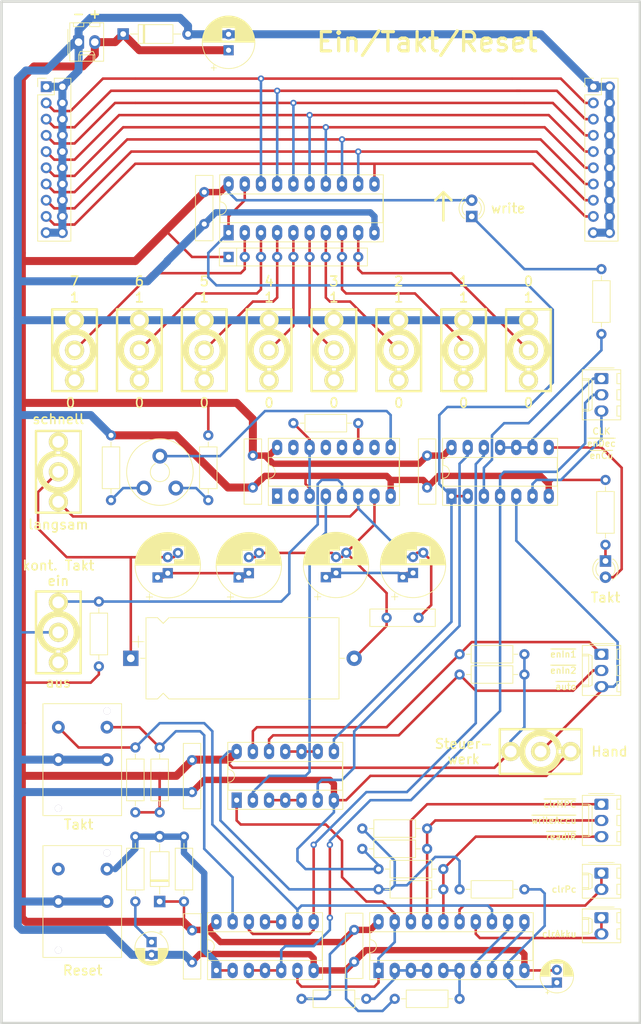
<source format=kicad_pcb>
(kicad_pcb (version 20171130) (host pcbnew "(5.1.7)-1")
  (layers (0 F.Cu signal) (31 B.Cu signal) (34 B.Paste user) (35 F.Paste user) (36 B.SilkS user) (37 F.SilkS user) (38 B.Mask user) (39 F.Mask user) (44 Edge.Cuts user))
  (net 0 "")
  (net 1 enSTW)
  (net 2 clrAkku)
  (net 3 clrPC)
  (net 4 enDEC)
  (net 5 CLK)
  (net 6 GND)
  (net 7 VCC)
  (net 8 "Net-(R5-Pad1)")
  (net 9 "Net-(C2-Pad1)")
  (net 10 "Net-(U1-Pad6)")
  (net 11 "Net-(R6-Pad1)")
  (net 12 "Net-(U3-Pad1)")
  (net 13 "Net-(RP1-Pad9)")
  (net 14 /a0)
  (net 15 "Net-(RP1-Pad8)")
  (net 16 /a1)
  (net 17 "Net-(RP1-Pad7)")
  (net 18 /a2)
  (net 19 "Net-(RP1-Pad6)")
  (net 20 /a3)
  (net 21 "Net-(RP1-Pad5)")
  (net 22 /a4)
  (net 23 "Net-(RP1-Pad4)")
  (net 24 /a5)
  (net 25 "Net-(RP1-Pad3)")
  (net 26 /a6)
  (net 27 "Net-(RP1-Pad2)")
  (net 28 /a7)
  (net 29 "Net-(D1-Pad2)")
  (net 30 "Net-(C1-Pad1)")
  (net 31 "Net-(DROT1-Pad2)")
  (net 32 "Net-(D2-Pad1)")
  (net 33 "Net-(R7-Pad1)")
  (net 34 "Net-(C3-Pad1)")
  (net 35 "Net-(C3-Pad2)")
  (net 36 "Net-(U1-Pad12)")
  (net 37 "Net-(U1-Pad10)")
  (net 38 "Net-(U5-Pad10)")
  (net 39 "Net-(U5-Pad3)")
  (net 40 "Net-(R14-Pad2)")
  (net 41 "Net-(R15-Pad1)")
  (net 42 "Net-(U2-Pad11)")
  (net 43 "Net-(U2-Pad12)")
  (net 44 "Net-(U4-Pad13)")
  (net 45 "Net-(DROT1-Pad1)")
  (net 46 "Net-(C10-Pad2)")
  (net 47 "Net-(C10-Pad1)")
  (net 48 "Net-(C14-Pad1)")
  (net 49 "Net-(R16-Pad2)")
  (net 50 "Net-(R17-Pad1)")
  (net 51 "Net-(R18-Pad2)")
  (net 52 "Net-(R19-Pad1)")
  (net 53 "Net-(RV1-Pad2)")
  (net 54 "Net-(SW1-Pad2)")
  (net 55 "Net-(U5-Pad2)")
  (net 56 "Net-(U6-Pad15)")
  (net 57 "Net-(U6-Pad13)")
  (net 58 "Net-(U6-Pad12)")
  (net 59 "Net-(U6-Pad10)")
  (net 60 "Net-(U6-Pad2)")
  (net 61 "Net-(U6-Pad1)")
  (net 62 "Net-(SW3-Pad3)")
  (net 63 "Net-(SW4-Pad3)")
  (net 64 ~en-ln2)
  (net 65 ~en-ln1)
  (net 66 ~auto)
  (net 67 ~clrMPC)
  (net 68 ~readIR)
  (net 69 ~writeAccu)
  (module Capacitor_THT:CP_Axial_L30.0mm_D12.5mm_P35.00mm_Horizontal (layer F.Cu) (at 58.345 125.73)
    (fp_text reference C5)
    (fp_text value C)
    (pad 2 thru_hole oval (at 35 0) (size 2.4 2.4) (drill 1.2) (layers *.Cu *.Mask) (net 46 "Net-(C10-Pad2)"))
    (pad 1 thru_hole rect (at 0 0) (size 2.4 2.4) (drill 1.2) (layers *.Cu *.Mask) (net 35 "Net-(C3-Pad2)"))
  )
  (module Resistor_THT:R_Axial_DIN0207_L6.3mm_D2.5mm_P10.16mm_Horizontal (layer F.Cu) (at 107.315 161.925 180)
    (fp_text reference R12)
    (fp_text value 1,8k)
    (pad 2 thru_hole oval (at 10.16 0 180) (size 1.6 1.6) (drill 0.8) (layers *.Cu *.Mask) (net 7 VCC))
    (pad 1 thru_hole circle (at 0 0 180) (size 1.6 1.6) (drill 0.8) (layers *.Cu *.Mask) (net 68 ~readIR))
  )
  (module Resistor_THT:R_Axial_DIN0207_L6.3mm_D2.5mm_P10.16mm_Horizontal (layer F.Cu) (at 97.155 158.75)
    (fp_text reference R13)
    (fp_text value 2,2k)
    (pad 2 thru_hole oval (at 10.16 0) (size 1.6 1.6) (drill 0.8) (layers *.Cu *.Mask) (net 68 ~readIR))
    (pad 1 thru_hole circle (at 0 0) (size 1.6 1.6) (drill 0.8) (layers *.Cu *.Mask) (net 6 GND))
  )
  (module Resistor_THT:R_Array_SIP9 (layer F.Cu) (at 73.66 62.865)
    (fp_text reference RP1)
    (fp_text value R_PACK8BUSSED)
    (pad 9 thru_hole oval (at 20.32 0) (size 1.6 1.6) (drill 0.8) (layers *.Cu *.Mask) (net 13 "Net-(RP1-Pad9)"))
    (pad 8 thru_hole oval (at 17.78 0) (size 1.6 1.6) (drill 0.8) (layers *.Cu *.Mask) (net 15 "Net-(RP1-Pad8)"))
    (pad 7 thru_hole oval (at 15.24 0) (size 1.6 1.6) (drill 0.8) (layers *.Cu *.Mask) (net 17 "Net-(RP1-Pad7)"))
    (pad 6 thru_hole oval (at 12.7 0) (size 1.6 1.6) (drill 0.8) (layers *.Cu *.Mask) (net 19 "Net-(RP1-Pad6)"))
    (pad 5 thru_hole oval (at 10.16 0) (size 1.6 1.6) (drill 0.8) (layers *.Cu *.Mask) (net 21 "Net-(RP1-Pad5)"))
    (pad 4 thru_hole oval (at 7.62 0) (size 1.6 1.6) (drill 0.8) (layers *.Cu *.Mask) (net 23 "Net-(RP1-Pad4)"))
    (pad 3 thru_hole oval (at 5.08 0) (size 1.6 1.6) (drill 0.8) (layers *.Cu *.Mask) (net 25 "Net-(RP1-Pad3)"))
    (pad 2 thru_hole oval (at 2.54 0) (size 1.6 1.6) (drill 0.8) (layers *.Cu *.Mask) (net 27 "Net-(RP1-Pad2)"))
    (pad 1 thru_hole rect (at 0 0) (size 1.6 1.6) (drill 0.8) (layers *.Cu *.Mask) (net 7 VCC))
  )
  (module bonsai:Switch_Digitast (layer F.Cu) (at 46.99 141.605 90)
    (fp_text reference SW2)
    (fp_text value Digitast)
    (pad 1 thru_hole circle (at 5.08 7.62 90) (size 2 2) (drill 1) (layers *.Cu *.Mask) (net 40 "Net-(R14-Pad2)"))
    (pad 0 thru_hole circle (at 0 7.62 90) (size 2 2) (drill 1) (layers *.Cu *.Mask) (net 6 GND))
    (pad 2 thru_hole circle (at 5.08 0 90) (size 2 2) (drill 1) (layers *.Cu *.Mask) (net 41 "Net-(R15-Pad1)"))
    (pad 5 thru_hole circle (at -7.62 0 90) (size 1.1 1.1) (drill 1.1) (layers *.Cu *.Mask))
    (pad 6 thru_hole circle (at 7.62 7.62 90) (size 1.1 1.1) (drill 1.1) (layers *.Cu *.Mask))
    (pad 0 thru_hole circle (at 0 0 90) (size 2 2) (drill 1) (layers *.Cu *.Mask) (net 6 GND))
  )
  (module bonsai:Switch_Digitast (layer F.Cu) (at 46.99 163.83 90)
    (fp_text reference SW1)
    (fp_text value Digitast)
    (pad 1 thru_hole circle (at 5.08 7.62 90) (size 2 2) (drill 1) (layers *.Cu *.Mask) (net 29 "Net-(D1-Pad2)"))
    (pad 0 thru_hole circle (at 0 7.62 90) (size 2 2) (drill 1) (layers *.Cu *.Mask) (net 6 GND))
    (pad 2 thru_hole circle (at 5.08 0 90) (size 2 2) (drill 1) (layers *.Cu *.Mask) (net 54 "Net-(SW1-Pad2)"))
    (pad 5 thru_hole circle (at -7.62 0 90) (size 1.1 1.1) (drill 1.1) (layers *.Cu *.Mask))
    (pad 6 thru_hole circle (at 7.62 7.62 90) (size 1.1 1.1) (drill 1.1) (layers *.Cu *.Mask))
    (pad 0 thru_hole circle (at 0 0 90) (size 2 2) (drill 1) (layers *.Cu *.Mask) (net 6 GND))
  )
  (module Switches-Walter:switch_100sp5 (layer F.Cu) (at 46.99 121.666 270)
    (fp_text reference SW3)
    (fp_text value SW_SPDT)
    (pad 3 thru_hole circle (at 4.699 0 270) (size 2.9972 2.9972) (drill 1.84658) (layers *.Cu *.Mask F.SilkS) (net 62 "Net-(SW3-Pad3)"))
    (pad 2 thru_hole circle (at 0 0 270) (size 2.9972 2.9972) (drill 1.84658) (layers *.Cu *.Mask F.SilkS) (net 6 GND))
    (pad 1 thru_hole circle (at -4.699 0 270) (size 2.9972 2.9972) (drill 1.84658) (layers *.Cu *.Mask F.SilkS) (net 49 "Net-(R16-Pad2)"))
  )
  (module Package_DIP:DIP-14_W7.62mm_Socket_LongPads (layer F.Cu) (at 74.93 147.955 90)
    (fp_text reference U5)
    (fp_text value 7400)
    (pad 14 thru_hole oval (at 7.62 0 90) (size 2.4 1.6) (drill 0.8) (layers *.Cu *.Mask) (net 7 VCC))
    (pad 7 thru_hole oval (at 0 15.24 90) (size 2.4 1.6) (drill 0.8) (layers *.Cu *.Mask) (net 6 GND))
    (pad 13 thru_hole oval (at 7.62 2.54 90) (size 2.4 1.6) (drill 0.8) (layers *.Cu *.Mask) (net 65 ~en-ln1))
    (pad 6 thru_hole oval (at 0 12.7 90) (size 2.4 1.6) (drill 0.8) (layers *.Cu *.Mask) (net 44 "Net-(U4-Pad13)"))
    (pad 12 thru_hole oval (at 7.62 5.08 90) (size 2.4 1.6) (drill 0.8) (layers *.Cu *.Mask) (net 64 ~en-ln2))
    (pad 5 thru_hole oval (at 0 10.16 90) (size 2.4 1.6) (drill 0.8) (layers *.Cu *.Mask) (net 39 "Net-(U5-Pad3)"))
    (pad 11 thru_hole oval (at 7.62 7.62 90) (size 2.4 1.6) (drill 0.8) (layers *.Cu *.Mask) (net 38 "Net-(U5-Pad10)"))
    (pad 4 thru_hole oval (at 0 7.62 90) (size 2.4 1.6) (drill 0.8) (layers *.Cu *.Mask) (net 39 "Net-(U5-Pad3)"))
    (pad 10 thru_hole oval (at 7.62 10.16 90) (size 2.4 1.6) (drill 0.8) (layers *.Cu *.Mask) (net 38 "Net-(U5-Pad10)"))
    (pad 3 thru_hole oval (at 0 5.08 90) (size 2.4 1.6) (drill 0.8) (layers *.Cu *.Mask) (net 39 "Net-(U5-Pad3)"))
    (pad 9 thru_hole oval (at 7.62 12.7 90) (size 2.4 1.6) (drill 0.8) (layers *.Cu *.Mask) (net 38 "Net-(U5-Pad10)"))
    (pad 2 thru_hole oval (at 0 2.54 90) (size 2.4 1.6) (drill 0.8) (layers *.Cu *.Mask) (net 55 "Net-(U5-Pad2)"))
    (pad 8 thru_hole oval (at 7.62 15.24 90) (size 2.4 1.6) (drill 0.8) (layers *.Cu *.Mask) (net 12 "Net-(U3-Pad1)"))
    (pad 1 thru_hole rect (at 0 0 90) (size 2.4 1.6) (drill 0.8) (layers *.Cu *.Mask) (net 10 "Net-(U1-Pad6)"))
  )
  (module Package_DIP:DIP-14_W7.62mm_Socket_LongPads (layer F.Cu) (at 108.585 100.33 90)
    (fp_text reference U4)
    (fp_text value 7432)
    (pad 14 thru_hole oval (at 7.62 0 90) (size 2.4 1.6) (drill 0.8) (layers *.Cu *.Mask) (net 7 VCC))
    (pad 7 thru_hole oval (at 0 15.24 90) (size 2.4 1.6) (drill 0.8) (layers *.Cu *.Mask) (net 6 GND))
    (pad 13 thru_hole oval (at 7.62 2.54 90) (size 2.4 1.6) (drill 0.8) (layers *.Cu *.Mask) (net 44 "Net-(U4-Pad13)"))
    (pad 6 thru_hole oval (at 0 12.7 90) (size 2.4 1.6) (drill 0.8) (layers *.Cu *.Mask) (net 1 enSTW))
    (pad 12 thru_hole oval (at 7.62 5.08 90) (size 2.4 1.6) (drill 0.8) (layers *.Cu *.Mask) (net 36 "Net-(U1-Pad12)"))
    (pad 5 thru_hole oval (at 0 10.16 90) (size 2.4 1.6) (drill 0.8) (layers *.Cu *.Mask) (net 66 ~auto))
    (pad 11 thru_hole oval (at 7.62 7.62 90) (size 2.4 1.6) (drill 0.8) (layers *.Cu *.Mask) (net 5 CLK))
    (pad 4 thru_hole oval (at 0 7.62 90) (size 2.4 1.6) (drill 0.8) (layers *.Cu *.Mask) (net 4 enDEC))
    (pad 10 thru_hole oval (at 7.62 10.16 90) (size 2.4 1.6) (drill 0.8) (layers *.Cu *.Mask) (net 5 CLK))
    (pad 3 thru_hole oval (at 0 5.08 90) (size 2.4 1.6) (drill 0.8) (layers *.Cu *.Mask) (net 33 "Net-(R7-Pad1)"))
    (pad 9 thru_hole oval (at 7.62 12.7 90) (size 2.4 1.6) (drill 0.8) (layers *.Cu *.Mask) (net 5 CLK))
    (pad 2 thru_hole oval (at 0 2.54 90) (size 2.4 1.6) (drill 0.8) (layers *.Cu *.Mask) (net 12 "Net-(U3-Pad1)"))
    (pad 8 thru_hole oval (at 7.62 15.24 90) (size 2.4 1.6) (drill 0.8) (layers *.Cu *.Mask) (net 31 "Net-(DROT1-Pad2)"))
    (pad 1 thru_hole rect (at 0 0 90) (size 2.4 1.6) (drill 0.8) (layers *.Cu *.Mask) (net 12 "Net-(U3-Pad1)"))
  )
  (module Package_DIP:DIP-20_W7.62mm_Socket_LongPads (layer F.Cu) (at 97.155 174.625 90)
    (fp_text reference U2)
    (fp_text value 74540)
    (pad 20 thru_hole oval (at 7.62 0 90) (size 2.4 1.6) (drill 0.8) (layers *.Cu *.Mask) (net 7 VCC))
    (pad 10 thru_hole oval (at 0 22.86 90) (size 2.4 1.6) (drill 0.8) (layers *.Cu *.Mask) (net 6 GND))
    (pad 19 thru_hole oval (at 7.62 2.54 90) (size 2.4 1.6) (drill 0.8) (layers *.Cu *.Mask) (net 10 "Net-(U1-Pad6)"))
    (pad 9 thru_hole oval (at 0 20.32 90) (size 2.4 1.6) (drill 0.8) (layers *.Cu *.Mask) (net 9 "Net-(C2-Pad1)"))
    (pad 18 thru_hole oval (at 7.62 5.08 90) (size 2.4 1.6) (drill 0.8) (layers *.Cu *.Mask) (net 67 ~clrMPC))
    (pad 8 thru_hole oval (at 0 17.78 90) (size 2.4 1.6) (drill 0.8) (layers *.Cu *.Mask) (net 42 "Net-(U2-Pad11)"))
    (pad 17 thru_hole oval (at 7.62 7.62 90) (size 2.4 1.6) (drill 0.8) (layers *.Cu *.Mask) (net 69 ~writeAccu))
    (pad 7 thru_hole oval (at 0 15.24 90) (size 2.4 1.6) (drill 0.8) (layers *.Cu *.Mask) (net 43 "Net-(U2-Pad12)"))
    (pad 16 thru_hole oval (at 7.62 10.16 90) (size 2.4 1.6) (drill 0.8) (layers *.Cu *.Mask) (net 68 ~readIR))
    (pad 6 thru_hole oval (at 0 12.7 90) (size 2.4 1.6) (drill 0.8) (layers *.Cu *.Mask) (net 8 "Net-(R5-Pad1)"))
    (pad 15 thru_hole oval (at 7.62 12.7 90) (size 2.4 1.6) (drill 0.8) (layers *.Cu *.Mask) (net 3 clrPC))
    (pad 5 thru_hole oval (at 0 10.16 90) (size 2.4 1.6) (drill 0.8) (layers *.Cu *.Mask) (net 8 "Net-(R5-Pad1)"))
    (pad 14 thru_hole oval (at 7.62 15.24 90) (size 2.4 1.6) (drill 0.8) (layers *.Cu *.Mask) (net 2 clrAkku))
    (pad 4 thru_hole oval (at 0 7.62 90) (size 2.4 1.6) (drill 0.8) (layers *.Cu *.Mask) (net 11 "Net-(R6-Pad1)"))
    (pad 13 thru_hole oval (at 7.62 17.78 90) (size 2.4 1.6) (drill 0.8) (layers *.Cu *.Mask) (net 41 "Net-(R15-Pad1)"))
    (pad 3 thru_hole oval (at 0 5.08 90) (size 2.4 1.6) (drill 0.8) (layers *.Cu *.Mask) (net 11 "Net-(R6-Pad1)"))
    (pad 12 thru_hole oval (at 7.62 20.32 90) (size 2.4 1.6) (drill 0.8) (layers *.Cu *.Mask) (net 43 "Net-(U2-Pad12)"))
    (pad 2 thru_hole oval (at 0 2.54 90) (size 2.4 1.6) (drill 0.8) (layers *.Cu *.Mask) (net 11 "Net-(R6-Pad1)"))
    (pad 11 thru_hole oval (at 7.62 22.86 90) (size 2.4 1.6) (drill 0.8) (layers *.Cu *.Mask) (net 42 "Net-(U2-Pad11)"))
    (pad 1 thru_hole rect (at 0 0 90) (size 2.4 1.6) (drill 0.8) (layers *.Cu *.Mask) (net 10 "Net-(U1-Pad6)"))
  )
  (module Package_DIP:DIP-14_W7.62mm_Socket_LongPads (layer F.Cu) (at 71.755 174.625 90)
    (fp_text reference U1)
    (fp_text value 74132)
    (pad 14 thru_hole oval (at 7.62 0 90) (size 2.4 1.6) (drill 0.8) (layers *.Cu *.Mask) (net 7 VCC))
    (pad 7 thru_hole oval (at 0 15.24 90) (size 2.4 1.6) (drill 0.8) (layers *.Cu *.Mask) (net 6 GND))
    (pad 13 thru_hole oval (at 7.62 2.54 90) (size 2.4 1.6) (drill 0.8) (layers *.Cu *.Mask) (net 40 "Net-(R14-Pad2)"))
    (pad 6 thru_hole oval (at 0 12.7 90) (size 2.4 1.6) (drill 0.8) (layers *.Cu *.Mask) (net 10 "Net-(U1-Pad6)"))
    (pad 12 thru_hole oval (at 7.62 5.08 90) (size 2.4 1.6) (drill 0.8) (layers *.Cu *.Mask) (net 36 "Net-(U1-Pad12)"))
    (pad 5 thru_hole oval (at 0 10.16 90) (size 2.4 1.6) (drill 0.8) (layers *.Cu *.Mask) (net 4 enDEC))
    (pad 11 thru_hole oval (at 7.62 7.62 90) (size 2.4 1.6) (drill 0.8) (layers *.Cu *.Mask) (net 37 "Net-(U1-Pad10)"))
    (pad 4 thru_hole oval (at 0 7.62 90) (size 2.4 1.6) (drill 0.8) (layers *.Cu *.Mask) (net 4 enDEC))
    (pad 10 thru_hole oval (at 7.62 10.16 90) (size 2.4 1.6) (drill 0.8) (layers *.Cu *.Mask) (net 37 "Net-(U1-Pad10)"))
    (pad 3 thru_hole oval (at 0 5.08 90) (size 2.4 1.6) (drill 0.8) (layers *.Cu *.Mask) (net 4 enDEC))
    (pad 9 thru_hole oval (at 7.62 12.7 90) (size 2.4 1.6) (drill 0.8) (layers *.Cu *.Mask) (net 41 "Net-(R15-Pad1)"))
    (pad 2 thru_hole oval (at 0 2.54 90) (size 2.4 1.6) (drill 0.8) (layers *.Cu *.Mask) (net 29 "Net-(D1-Pad2)"))
    (pad 8 thru_hole oval (at 7.62 15.24 90) (size 2.4 1.6) (drill 0.8) (layers *.Cu *.Mask) (net 36 "Net-(U1-Pad12)"))
    (pad 1 thru_hole rect (at 0 0 90) (size 2.4 1.6) (drill 0.8) (layers *.Cu *.Mask) (net 29 "Net-(D1-Pad2)"))
  )
  (module Switches-Walter:switch_100sp5 (layer F.Cu) (at 46.99 96.52 90)
    (fp_text reference SW4)
    (fp_text value SW_SPDT)
    (pad 3 thru_hole circle (at 4.699 0 90) (size 2.9972 2.9972) (drill 1.84658) (layers *.Cu *.Mask F.SilkS) (net 63 "Net-(SW4-Pad3)"))
    (pad 2 thru_hole circle (at 0 0 90) (size 2.9972 2.9972) (drill 1.84658) (layers *.Cu *.Mask F.SilkS) (net 35 "Net-(C3-Pad2)"))
    (pad 1 thru_hole circle (at -4.699 0 90) (size 2.9972 2.9972) (drill 1.84658) (layers *.Cu *.Mask F.SilkS) (net 47 "Net-(C10-Pad1)"))
  )
  (module Switches-Walter:switch_100sp5 (layer F.Cu) (at 122.555 140.335)
    (fp_text reference SW6)
    (fp_text value SW_SPDT)
    (pad 3 thru_hole circle (at 4.699 0) (size 2.9972 2.9972) (drill 1.84658) (layers *.Cu *.Mask F.SilkS) (net 6 GND))
    (pad 2 thru_hole circle (at 0 0) (size 2.9972 2.9972) (drill 1.84658) (layers *.Cu *.Mask F.SilkS) (net 66 ~auto))
    (pad 1 thru_hole circle (at -4.699 0) (size 2.9972 2.9972) (drill 1.84658) (layers *.Cu *.Mask F.SilkS) (net 7 VCC))
  )
  (module Capacitor_THT:CP_Radial_D5.0mm_P2.00mm (layer F.Cu) (at 125.095 176.53 90)
    (fp_text reference C2)
    (fp_text value "10 µ")
    (pad 2 thru_hole circle (at 2 0 90) (size 1.6 1.6) (drill 0.8) (layers *.Cu *.Mask) (net 6 GND))
    (pad 1 thru_hole rect (at 0 0 90) (size 1.6 1.6) (drill 0.8) (layers *.Cu *.Mask) (net 9 "Net-(C2-Pad1)"))
  )
  (module Capacitor_THT:CP_Radial_D5.0mm_P2.00mm (layer F.Cu) (at 61.595 170.18 270)
    (fp_text reference C1)
    (fp_text value 47µ)
    (pad 2 thru_hole circle (at 2 0 270) (size 1.6 1.6) (drill 0.8) (layers *.Cu *.Mask) (net 6 GND))
    (pad 1 thru_hole rect (at 0 0 270) (size 1.6 1.6) (drill 0.8) (layers *.Cu *.Mask) (net 30 "Net-(C1-Pad1)"))
  )
  (module Potentiometers:Potentiometer_Trimmer_Piher_PT-10v5_Horizontal_Px5.0mm_Py5.0mm (layer F.Cu) (at 65.405 99.06 90)
    (fp_text reference RV1)
    (fp_text value "Poti 10k")
    (pad 1 thru_hole circle (at 0 0 90) (size 2.34 2.34) (drill 1.3) (layers *.Cu *.Mask) (net 51 "Net-(R18-Pad2)"))
    (pad 2 thru_hole circle (at 5 -2.5 90) (size 2.34 2.34) (drill 1.3) (layers *.Cu *.Mask) (net 53 "Net-(RV1-Pad2)"))
    (pad 3 thru_hole circle (at 0 -5 90) (size 2.34 2.34) (drill 1.3) (layers *.Cu *.Mask) (net 52 "Net-(R19-Pad1)"))
  )
  (module Switches-Walter:switch_100sp5 (layer F.Cu) (at 120.65 77.47 270)
    (fp_text reference SW13)
    (fp_text value SPST)
    (pad 3 thru_hole circle (at 4.699 0 270) (size 2.9972 2.9972) (drill 1.84658) (layers *.Cu *.Mask F.SilkS))
    (pad 2 thru_hole circle (at 0 0 270) (size 2.9972 2.9972) (drill 1.84658) (layers *.Cu *.Mask F.SilkS) (net 13 "Net-(RP1-Pad9)"))
    (pad 1 thru_hole circle (at -4.699 0 270) (size 2.9972 2.9972) (drill 1.84658) (layers *.Cu *.Mask F.SilkS) (net 6 GND))
  )
  (module Switches-Walter:switch_100sp5 (layer F.Cu) (at 110.49 77.47 270)
    (fp_text reference SW12)
    (fp_text value SPST)
    (pad 3 thru_hole circle (at 4.699 0 270) (size 2.9972 2.9972) (drill 1.84658) (layers *.Cu *.Mask F.SilkS))
    (pad 2 thru_hole circle (at 0 0 270) (size 2.9972 2.9972) (drill 1.84658) (layers *.Cu *.Mask F.SilkS) (net 15 "Net-(RP1-Pad8)"))
    (pad 1 thru_hole circle (at -4.699 0 270) (size 2.9972 2.9972) (drill 1.84658) (layers *.Cu *.Mask F.SilkS) (net 6 GND))
  )
  (module Switches-Walter:switch_100sp5 (layer F.Cu) (at 100.33 77.47 270)
    (fp_text reference SW11)
    (fp_text value SPST)
    (pad 3 thru_hole circle (at 4.699 0 270) (size 2.9972 2.9972) (drill 1.84658) (layers *.Cu *.Mask F.SilkS))
    (pad 2 thru_hole circle (at 0 0 270) (size 2.9972 2.9972) (drill 1.84658) (layers *.Cu *.Mask F.SilkS) (net 17 "Net-(RP1-Pad7)"))
    (pad 1 thru_hole circle (at -4.699 0 270) (size 2.9972 2.9972) (drill 1.84658) (layers *.Cu *.Mask F.SilkS) (net 6 GND))
  )
  (module Switches-Walter:switch_100sp5 (layer F.Cu) (at 90.17 77.47 270)
    (fp_text reference SW10)
    (fp_text value SPST)
    (pad 3 thru_hole circle (at 4.699 0 270) (size 2.9972 2.9972) (drill 1.84658) (layers *.Cu *.Mask F.SilkS))
    (pad 2 thru_hole circle (at 0 0 270) (size 2.9972 2.9972) (drill 1.84658) (layers *.Cu *.Mask F.SilkS) (net 19 "Net-(RP1-Pad6)"))
    (pad 1 thru_hole circle (at -4.699 0 270) (size 2.9972 2.9972) (drill 1.84658) (layers *.Cu *.Mask F.SilkS) (net 6 GND))
  )
  (module Switches-Walter:switch_100sp5 (layer F.Cu) (at 80.01 77.47 270)
    (fp_text reference SW9)
    (fp_text value SPST)
    (pad 3 thru_hole circle (at 4.699 0 270) (size 2.9972 2.9972) (drill 1.84658) (layers *.Cu *.Mask F.SilkS))
    (pad 2 thru_hole circle (at 0 0 270) (size 2.9972 2.9972) (drill 1.84658) (layers *.Cu *.Mask F.SilkS) (net 21 "Net-(RP1-Pad5)"))
    (pad 1 thru_hole circle (at -4.699 0 270) (size 2.9972 2.9972) (drill 1.84658) (layers *.Cu *.Mask F.SilkS) (net 6 GND))
  )
  (module Switches-Walter:switch_100sp5 (layer F.Cu) (at 69.85 77.47 270)
    (fp_text reference SW8)
    (fp_text value SPST)
    (pad 3 thru_hole circle (at 4.699 0 270) (size 2.9972 2.9972) (drill 1.84658) (layers *.Cu *.Mask F.SilkS))
    (pad 2 thru_hole circle (at 0 0 270) (size 2.9972 2.9972) (drill 1.84658) (layers *.Cu *.Mask F.SilkS) (net 23 "Net-(RP1-Pad4)"))
    (pad 1 thru_hole circle (at -4.699 0 270) (size 2.9972 2.9972) (drill 1.84658) (layers *.Cu *.Mask F.SilkS) (net 6 GND))
  )
  (module Switches-Walter:switch_100sp5 (layer F.Cu) (at 59.69 77.47 270)
    (fp_text reference SW7)
    (fp_text value SPST)
    (pad 3 thru_hole circle (at 4.699 0 270) (size 2.9972 2.9972) (drill 1.84658) (layers *.Cu *.Mask F.SilkS))
    (pad 2 thru_hole circle (at 0 0 270) (size 2.9972 2.9972) (drill 1.84658) (layers *.Cu *.Mask F.SilkS) (net 25 "Net-(RP1-Pad3)"))
    (pad 1 thru_hole circle (at -4.699 0 270) (size 2.9972 2.9972) (drill 1.84658) (layers *.Cu *.Mask F.SilkS) (net 6 GND))
  )
  (module Switches-Walter:switch_100sp5 (layer F.Cu) (at 49.53 77.47 270)
    (fp_text reference SW5)
    (fp_text value SPST)
    (pad 3 thru_hole circle (at 4.699 0 270) (size 2.9972 2.9972) (drill 1.84658) (layers *.Cu *.Mask F.SilkS))
    (pad 2 thru_hole circle (at 0 0 270) (size 2.9972 2.9972) (drill 1.84658) (layers *.Cu *.Mask F.SilkS) (net 27 "Net-(RP1-Pad2)"))
    (pad 1 thru_hole circle (at -4.699 0 270) (size 2.9972 2.9972) (drill 1.84658) (layers *.Cu *.Mask F.SilkS) (net 6 GND))
  )
  (module bonsai:EuroBoard160mmX100mm_holes_keepout (layer F.Cu) (at 38.1 22.86)
    (fp_text reference REF** hide)
    (fp_text value EuroBoard160mmX100mm_holes_keepout hide)
    (fp_line (start 0 160) (end 0 0) (layer Edge.Cuts) (width 0.38))
    (fp_line (start 0 0) (end 100 0) (layer Edge.Cuts) (width 0.38))
    (fp_line (start 100 0) (end 100 160) (layer Edge.Cuts) (width 0.38))
    (fp_line (start 0 160) (end 100 160) (layer Edge.Cuts) (width 0.38))
    (pad "" np_thru_hole circle (at 5 155) (size 3.5 3.5) (drill 3.5) (layers *.Cu *.Mask))
    (pad "" np_thru_hole circle (at 95 155) (size 3.5 3.5) (drill 3.5) (layers *.Cu *.Mask))
    (pad "" np_thru_hole circle (at 95 5) (size 3.5 3.5) (drill 3.5) (layers *.Cu *.Mask))
    (pad "" np_thru_hole circle (at 5 5) (size 3.5 3.5) (drill 3.5) (layers *.Cu *.Mask))
  )
  (module Connector_Molex:Molex_KK-254_AE-6410-03A_1x03_P2.54mm_Vertical (layer F.Cu) (at 132.08 148.59 270)
    (fp_text reference J4)
    (fp_text value Conn_01x03)
    (pad 3 thru_hole oval (at 5.08 0 270) (size 1.74 2.19) (drill 1.19) (layers *.Cu *.Mask) (net 68 ~readIR))
    (pad 2 thru_hole oval (at 2.54 0 270) (size 1.74 2.19) (drill 1.19) (layers *.Cu *.Mask) (net 69 ~writeAccu))
    (pad 1 thru_hole roundrect (at 0 0 270) (size 1.74 2.19) (drill 1.19) (layers *.Cu *.Mask) (roundrect_rratio 0.1436775862068966) (net 67 ~clrMPC))
  )
  (module Connector_Molex:Molex_KK-254_AE-6410-03A_1x03_P2.54mm_Vertical (layer F.Cu) (at 132.08 125.095 270)
    (fp_text reference J3)
    (fp_text value Conn_01x03)
    (pad 3 thru_hole oval (at 5.08 0 270) (size 1.74 2.19) (drill 1.19) (layers *.Cu *.Mask) (net 66 ~auto))
    (pad 2 thru_hole oval (at 2.54 0 270) (size 1.74 2.19) (drill 1.19) (layers *.Cu *.Mask) (net 64 ~en-ln2))
    (pad 1 thru_hole roundrect (at 0 0 270) (size 1.74 2.19) (drill 1.19) (layers *.Cu *.Mask) (roundrect_rratio 0.1436775862068966) (net 65 ~en-ln1))
  )
  (module Connector_Molex:Molex_KK-254_AE-6410-03A_1x03_P2.54mm_Vertical (layer F.Cu) (at 132.08 81.915 270)
    (fp_text reference J2)
    (fp_text value Conn_01x03)
    (pad 3 thru_hole oval (at 5.08 0 270) (size 1.74 2.19) (drill 1.19) (layers *.Cu *.Mask) (net 1 enSTW))
    (pad 2 thru_hole oval (at 2.54 0 270) (size 1.74 2.19) (drill 1.19) (layers *.Cu *.Mask) (net 4 enDEC))
    (pad 1 thru_hole roundrect (at 0 0 270) (size 1.74 2.19) (drill 1.19) (layers *.Cu *.Mask) (roundrect_rratio 0.1436775862068966) (net 5 CLK))
  )
  (module Package_DIP:DIP-16_W7.62mm_Socket_LongPads (layer F.Cu) (at 81.28 100.33 90)
    (fp_text reference U6)
    (fp_text value 74HC4046)
    (pad 16 thru_hole oval (at 7.62 0 90) (size 2.4 1.6) (drill 0.8) (layers *.Cu *.Mask) (net 7 VCC))
    (pad 8 thru_hole oval (at 0 17.78 90) (size 2.4 1.6) (drill 0.8) (layers *.Cu *.Mask) (net 6 GND))
    (pad 15 thru_hole oval (at 7.62 2.54 90) (size 2.4 1.6) (drill 0.8) (layers *.Cu *.Mask) (net 56 "Net-(U6-Pad15)"))
    (pad 7 thru_hole oval (at 0 15.24 90) (size 2.4 1.6) (drill 0.8) (layers *.Cu *.Mask) (net 46 "Net-(C10-Pad2)"))
    (pad 14 thru_hole oval (at 7.62 5.08 90) (size 2.4 1.6) (drill 0.8) (layers *.Cu *.Mask) (net 6 GND))
    (pad 6 thru_hole oval (at 0 12.7 90) (size 2.4 1.6) (drill 0.8) (layers *.Cu *.Mask) (net 47 "Net-(C10-Pad1)"))
    (pad 13 thru_hole oval (at 7.62 7.62 90) (size 2.4 1.6) (drill 0.8) (layers *.Cu *.Mask) (net 57 "Net-(U6-Pad13)"))
    (pad 5 thru_hole oval (at 0 10.16 90) (size 2.4 1.6) (drill 0.8) (layers *.Cu *.Mask) (net 49 "Net-(R16-Pad2)"))
    (pad 12 thru_hole oval (at 7.62 10.16 90) (size 2.4 1.6) (drill 0.8) (layers *.Cu *.Mask) (net 58 "Net-(U6-Pad12)"))
    (pad 4 thru_hole oval (at 0 7.62 90) (size 2.4 1.6) (drill 0.8) (layers *.Cu *.Mask) (net 55 "Net-(U5-Pad2)"))
    (pad 11 thru_hole oval (at 7.62 12.7 90) (size 2.4 1.6) (drill 0.8) (layers *.Cu *.Mask) (net 50 "Net-(R17-Pad1)"))
    (pad 3 thru_hole oval (at 0 5.08 90) (size 2.4 1.6) (drill 0.8) (layers *.Cu *.Mask) (net 6 GND))
    (pad 10 thru_hole oval (at 7.62 15.24 90) (size 2.4 1.6) (drill 0.8) (layers *.Cu *.Mask) (net 59 "Net-(U6-Pad10)"))
    (pad 2 thru_hole oval (at 0 2.54 90) (size 2.4 1.6) (drill 0.8) (layers *.Cu *.Mask) (net 60 "Net-(U6-Pad2)"))
    (pad 9 thru_hole oval (at 7.62 17.78 90) (size 2.4 1.6) (drill 0.8) (layers *.Cu *.Mask) (net 53 "Net-(RV1-Pad2)"))
    (pad 1 thru_hole rect (at 0 0 90) (size 2.4 1.6) (drill 0.8) (layers *.Cu *.Mask) (net 61 "Net-(U6-Pad1)"))
  )
  (module Package_DIP:DIP-20_W7.62mm_Socket_LongPads (layer F.Cu) (at 73.66 59.055 90)
    (fp_text reference U3)
    (fp_text value 74HC541)
    (pad 20 thru_hole oval (at 7.62 0 90) (size 2.4 1.6) (drill 0.8) (layers *.Cu *.Mask) (net 7 VCC))
    (pad 10 thru_hole oval (at 0 22.86 90) (size 2.4 1.6) (drill 0.8) (layers *.Cu *.Mask) (net 6 GND))
    (pad 19 thru_hole oval (at 7.62 2.54 90) (size 2.4 1.6) (drill 0.8) (layers *.Cu *.Mask) (net 12 "Net-(U3-Pad1)"))
    (pad 9 thru_hole oval (at 0 20.32 90) (size 2.4 1.6) (drill 0.8) (layers *.Cu *.Mask) (net 13 "Net-(RP1-Pad9)"))
    (pad 18 thru_hole oval (at 7.62 5.08 90) (size 2.4 1.6) (drill 0.8) (layers *.Cu *.Mask) (net 28 /a7))
    (pad 8 thru_hole oval (at 0 17.78 90) (size 2.4 1.6) (drill 0.8) (layers *.Cu *.Mask) (net 15 "Net-(RP1-Pad8)"))
    (pad 17 thru_hole oval (at 7.62 7.62 90) (size 2.4 1.6) (drill 0.8) (layers *.Cu *.Mask) (net 26 /a6))
    (pad 7 thru_hole oval (at 0 15.24 90) (size 2.4 1.6) (drill 0.8) (layers *.Cu *.Mask) (net 17 "Net-(RP1-Pad7)"))
    (pad 16 thru_hole oval (at 7.62 10.16 90) (size 2.4 1.6) (drill 0.8) (layers *.Cu *.Mask) (net 24 /a5))
    (pad 6 thru_hole oval (at 0 12.7 90) (size 2.4 1.6) (drill 0.8) (layers *.Cu *.Mask) (net 19 "Net-(RP1-Pad6)"))
    (pad 15 thru_hole oval (at 7.62 12.7 90) (size 2.4 1.6) (drill 0.8) (layers *.Cu *.Mask) (net 22 /a4))
    (pad 5 thru_hole oval (at 0 10.16 90) (size 2.4 1.6) (drill 0.8) (layers *.Cu *.Mask) (net 21 "Net-(RP1-Pad5)"))
    (pad 14 thru_hole oval (at 7.62 15.24 90) (size 2.4 1.6) (drill 0.8) (layers *.Cu *.Mask) (net 20 /a3))
    (pad 4 thru_hole oval (at 0 7.62 90) (size 2.4 1.6) (drill 0.8) (layers *.Cu *.Mask) (net 23 "Net-(RP1-Pad4)"))
    (pad 13 thru_hole oval (at 7.62 17.78 90) (size 2.4 1.6) (drill 0.8) (layers *.Cu *.Mask) (net 18 /a2))
    (pad 3 thru_hole oval (at 0 5.08 90) (size 2.4 1.6) (drill 0.8) (layers *.Cu *.Mask) (net 25 "Net-(RP1-Pad3)"))
    (pad 12 thru_hole oval (at 7.62 20.32 90) (size 2.4 1.6) (drill 0.8) (layers *.Cu *.Mask) (net 16 /a1))
    (pad 2 thru_hole oval (at 0 2.54 90) (size 2.4 1.6) (drill 0.8) (layers *.Cu *.Mask) (net 27 "Net-(RP1-Pad2)"))
    (pad 11 thru_hole oval (at 7.62 22.86 90) (size 2.4 1.6) (drill 0.8) (layers *.Cu *.Mask) (net 14 /a0))
    (pad 1 thru_hole rect (at 0 0 90) (size 2.4 1.6) (drill 0.8) (layers *.Cu *.Mask) (net 12 "Net-(U3-Pad1)"))
  )
  (module Resistor_THT:R_Axial_DIN0207_L6.3mm_D2.5mm_P10.16mm_Horizontal (layer F.Cu) (at 55.245 100.965 90)
    (fp_text reference R19)
    (fp_text value 10k)
    (pad 2 thru_hole oval (at 10.16 0 90) (size 1.6 1.6) (drill 0.8) (layers *.Cu *.Mask) (net 6 GND))
    (pad 1 thru_hole circle (at 0 0 90) (size 1.6 1.6) (drill 0.8) (layers *.Cu *.Mask) (net 52 "Net-(R19-Pad1)"))
  )
  (module Resistor_THT:R_Axial_DIN0207_L6.3mm_D2.5mm_P10.16mm_Horizontal (layer F.Cu) (at 70.485 90.805 270)
    (fp_text reference R18)
    (fp_text value 10k)
    (pad 2 thru_hole oval (at 10.16 0 270) (size 1.6 1.6) (drill 0.8) (layers *.Cu *.Mask) (net 51 "Net-(R18-Pad2)"))
    (pad 1 thru_hole circle (at 0 0 270) (size 1.6 1.6) (drill 0.8) (layers *.Cu *.Mask) (net 7 VCC))
  )
  (module Resistor_THT:R_Axial_DIN0207_L6.3mm_D2.5mm_P10.16mm_Horizontal (layer F.Cu) (at 93.98 88.9 180)
    (fp_text reference R17)
    (fp_text value 10k)
    (pad 2 thru_hole oval (at 10.16 0 180) (size 1.6 1.6) (drill 0.8) (layers *.Cu *.Mask) (net 6 GND))
    (pad 1 thru_hole circle (at 0 0 180) (size 1.6 1.6) (drill 0.8) (layers *.Cu *.Mask) (net 50 "Net-(R17-Pad1)"))
  )
  (module Resistor_THT:R_Axial_DIN0207_L6.3mm_D2.5mm_P10.16mm_Horizontal (layer F.Cu) (at 53.34 127 90)
    (fp_text reference R16)
    (fp_text value 4,7k)
    (pad 2 thru_hole oval (at 10.16 0 90) (size 1.6 1.6) (drill 0.8) (layers *.Cu *.Mask) (net 49 "Net-(R16-Pad2)"))
    (pad 1 thru_hole circle (at 0 0 90) (size 1.6 1.6) (drill 0.8) (layers *.Cu *.Mask) (net 7 VCC))
  )
  (module Resistor_THT:R_Axial_DIN0207_L6.3mm_D2.5mm_P10.16mm_Horizontal (layer F.Cu) (at 59.055 139.7 270)
    (fp_text reference R15)
    (fp_text value 4,7k)
    (pad 2 thru_hole oval (at 10.16 0 270) (size 1.6 1.6) (drill 0.8) (layers *.Cu *.Mask) (net 7 VCC))
    (pad 1 thru_hole circle (at 0 0 270) (size 1.6 1.6) (drill 0.8) (layers *.Cu *.Mask) (net 41 "Net-(R15-Pad1)"))
  )
  (module Resistor_THT:R_Axial_DIN0207_L6.3mm_D2.5mm_P10.16mm_Horizontal (layer F.Cu) (at 62.865 149.86 90)
    (fp_text reference R14)
    (fp_text value 4,7k)
    (pad 2 thru_hole oval (at 10.16 0 90) (size 1.6 1.6) (drill 0.8) (layers *.Cu *.Mask) (net 40 "Net-(R14-Pad2)"))
    (pad 1 thru_hole circle (at 0 0 90) (size 1.6 1.6) (drill 0.8) (layers *.Cu *.Mask) (net 7 VCC))
  )
  (module Resistor_THT:R_Axial_DIN0207_L6.3mm_D2.5mm_P10.16mm_Horizontal (layer F.Cu) (at 120.015 125.095 180)
    (fp_text reference R11)
    (fp_text value 4,7k)
    (pad 2 thru_hole oval (at 10.16 0 180) (size 1.6 1.6) (drill 0.8) (layers *.Cu *.Mask) (net 65 ~en-ln1))
    (pad 1 thru_hole circle (at 0 0 180) (size 1.6 1.6) (drill 0.8) (layers *.Cu *.Mask) (net 7 VCC))
  )
  (module Resistor_THT:R_Axial_DIN0207_L6.3mm_D2.5mm_P10.16mm_Horizontal (layer F.Cu) (at 120.015 128.27 180)
    (fp_text reference R10)
    (fp_text value 4,7k)
    (pad 2 thru_hole oval (at 10.16 0 180) (size 1.6 1.6) (drill 0.8) (layers *.Cu *.Mask) (net 64 ~en-ln2))
    (pad 1 thru_hole circle (at 0 0 180) (size 1.6 1.6) (drill 0.8) (layers *.Cu *.Mask) (net 7 VCC))
  )
  (module Resistor_THT:R_Axial_DIN0207_L6.3mm_D2.5mm_P10.16mm_Horizontal (layer F.Cu) (at 94.615 155.575)
    (fp_text reference R9)
    (fp_text value 2,2k)
    (pad 2 thru_hole oval (at 10.16 0) (size 1.6 1.6) (drill 0.8) (layers *.Cu *.Mask) (net 69 ~writeAccu))
    (pad 1 thru_hole circle (at 0 0) (size 1.6 1.6) (drill 0.8) (layers *.Cu *.Mask) (net 6 GND))
  )
  (module Resistor_THT:R_Axial_DIN0207_L6.3mm_D2.5mm_P10.16mm_Horizontal (layer F.Cu) (at 104.775 152.4 180)
    (fp_text reference R8)
    (fp_text value 1,8k)
    (pad 2 thru_hole oval (at 10.16 0 180) (size 1.6 1.6) (drill 0.8) (layers *.Cu *.Mask) (net 7 VCC))
    (pad 1 thru_hole circle (at 0 0 180) (size 1.6 1.6) (drill 0.8) (layers *.Cu *.Mask) (net 69 ~writeAccu))
  )
  (module Resistor_THT:R_Axial_DIN0207_L6.3mm_D2.5mm_P10.16mm_Horizontal (layer F.Cu) (at 132.08 74.93 90)
    (fp_text reference R7)
    (fp_text value 330)
    (pad 2 thru_hole oval (at 10.16 0 90) (size 1.6 1.6) (drill 0.8) (layers *.Cu *.Mask) (net 32 "Net-(D2-Pad1)"))
    (pad 1 thru_hole circle (at 0 0 90) (size 1.6 1.6) (drill 0.8) (layers *.Cu *.Mask) (net 33 "Net-(R7-Pad1)"))
  )
  (module Resistor_THT:R_Axial_DIN0207_L6.3mm_D2.5mm_P10.16mm_Horizontal (layer F.Cu) (at 95.25 179.07 180)
    (fp_text reference R6)
    (fp_text value 470)
    (pad 2 thru_hole oval (at 10.16 0 180) (size 1.6 1.6) (drill 0.8) (layers *.Cu *.Mask) (net 7 VCC))
    (pad 1 thru_hole circle (at 0 0 180) (size 1.6 1.6) (drill 0.8) (layers *.Cu *.Mask) (net 11 "Net-(R6-Pad1)"))
  )
  (module Resistor_THT:R_Axial_DIN0207_L6.3mm_D2.5mm_P10.16mm_Horizontal (layer F.Cu) (at 109.855 179.07 180)
    (fp_text reference R5)
    (fp_text value 470)
    (pad 2 thru_hole oval (at 10.16 0 180) (size 1.6 1.6) (drill 0.8) (layers *.Cu *.Mask) (net 6 GND))
    (pad 1 thru_hole circle (at 0 0 180) (size 1.6 1.6) (drill 0.8) (layers *.Cu *.Mask) (net 8 "Net-(R5-Pad1)"))
  )
  (module Resistor_THT:R_Axial_DIN0207_L6.3mm_D2.5mm_P10.16mm_Horizontal (layer F.Cu) (at 132.715 107.95 90)
    (fp_text reference R4)
    (fp_text value 150)
    (pad 2 thru_hole oval (at 10.16 0 90) (size 1.6 1.6) (drill 0.8) (layers *.Cu *.Mask) (net 6 GND))
    (pad 1 thru_hole circle (at 0 0 90) (size 1.6 1.6) (drill 0.8) (layers *.Cu *.Mask) (net 45 "Net-(DROT1-Pad1)"))
  )
  (module Resistor_THT:R_Axial_DIN0207_L6.3mm_D2.5mm_P10.16mm_Horizontal (layer F.Cu) (at 109.855 161.925)
    (fp_text reference R3)
    (fp_text value 10k)
    (pad 2 thru_hole oval (at 10.16 0) (size 1.6 1.6) (drill 0.8) (layers *.Cu *.Mask) (net 9 "Net-(C2-Pad1)"))
    (pad 1 thru_hole circle (at 0 0) (size 1.6 1.6) (drill 0.8) (layers *.Cu *.Mask) (net 7 VCC))
  )
  (module Resistor_THT:R_Axial_DIN0207_L6.3mm_D2.5mm_P10.16mm_Horizontal (layer F.Cu) (at 59.055 153.67 270)
    (fp_text reference R2)
    (fp_text value 100)
    (pad 2 thru_hole oval (at 10.16 0 270) (size 1.6 1.6) (drill 0.8) (layers *.Cu *.Mask) (net 30 "Net-(C1-Pad1)"))
    (pad 1 thru_hole circle (at 0 0 270) (size 1.6 1.6) (drill 0.8) (layers *.Cu *.Mask) (net 29 "Net-(D1-Pad2)"))
  )
  (module Resistor_THT:R_Axial_DIN0207_L6.3mm_D2.5mm_P10.16mm_Horizontal (layer F.Cu) (at 66.675 163.83 90)
    (fp_text reference R1)
    (fp_text value 10k)
    (pad 2 thru_hole oval (at 10.16 0 90) (size 1.6 1.6) (drill 0.8) (layers *.Cu *.Mask) (net 29 "Net-(D1-Pad2)"))
    (pad 1 thru_hole circle (at 0 0 90) (size 1.6 1.6) (drill 0.8) (layers *.Cu *.Mask) (net 7 VCC))
  )
  (module Connector_PinHeader_2.54mm:PinHeader_2x10_P2.54mm_Vertical (layer F.Cu) (at 130.81 36.195)
    (fp_text reference P4)
    (fp_text value CONN_02X10)
    (pad 20 thru_hole oval (at 2.54 22.86) (size 1.7 1.7) (drill 1) (layers *.Cu *.Mask) (net 6 GND))
    (pad 19 thru_hole oval (at 0 22.86) (size 1.7 1.7) (drill 1) (layers *.Cu *.Mask) (net 6 GND))
    (pad 18 thru_hole oval (at 2.54 20.32) (size 1.7 1.7) (drill 1) (layers *.Cu *.Mask) (net 6 GND))
    (pad 17 thru_hole oval (at 0 20.32) (size 1.7 1.7) (drill 1) (layers *.Cu *.Mask) (net 14 /a0))
    (pad 16 thru_hole oval (at 2.54 17.78) (size 1.7 1.7) (drill 1) (layers *.Cu *.Mask) (net 6 GND))
    (pad 15 thru_hole oval (at 0 17.78) (size 1.7 1.7) (drill 1) (layers *.Cu *.Mask) (net 16 /a1))
    (pad 14 thru_hole oval (at 2.54 15.24) (size 1.7 1.7) (drill 1) (layers *.Cu *.Mask) (net 6 GND))
    (pad 13 thru_hole oval (at 0 15.24) (size 1.7 1.7) (drill 1) (layers *.Cu *.Mask) (net 18 /a2))
    (pad 12 thru_hole oval (at 2.54 12.7) (size 1.7 1.7) (drill 1) (layers *.Cu *.Mask) (net 6 GND))
    (pad 11 thru_hole oval (at 0 12.7) (size 1.7 1.7) (drill 1) (layers *.Cu *.Mask) (net 20 /a3))
    (pad 10 thru_hole oval (at 2.54 10.16) (size 1.7 1.7) (drill 1) (layers *.Cu *.Mask) (net 6 GND))
    (pad 9 thru_hole oval (at 0 10.16) (size 1.7 1.7) (drill 1) (layers *.Cu *.Mask) (net 22 /a4))
    (pad 8 thru_hole oval (at 2.54 7.62) (size 1.7 1.7) (drill 1) (layers *.Cu *.Mask) (net 6 GND))
    (pad 7 thru_hole oval (at 0 7.62) (size 1.7 1.7) (drill 1) (layers *.Cu *.Mask) (net 24 /a5))
    (pad 6 thru_hole oval (at 2.54 5.08) (size 1.7 1.7) (drill 1) (layers *.Cu *.Mask) (net 6 GND))
    (pad 5 thru_hole oval (at 0 5.08) (size 1.7 1.7) (drill 1) (layers *.Cu *.Mask) (net 26 /a6))
    (pad 4 thru_hole oval (at 2.54 2.54) (size 1.7 1.7) (drill 1) (layers *.Cu *.Mask) (net 6 GND))
    (pad 3 thru_hole oval (at 0 2.54) (size 1.7 1.7) (drill 1) (layers *.Cu *.Mask) (net 28 /a7))
    (pad 2 thru_hole oval (at 2.54 0) (size 1.7 1.7) (drill 1) (layers *.Cu *.Mask) (net 6 GND))
    (pad 1 thru_hole rect (at 0 0) (size 1.7 1.7) (drill 1) (layers *.Cu *.Mask) (net 6 GND))
  )
  (module Connector_PinHeader_2.54mm:PinHeader_2x10_P2.54mm_Vertical (layer F.Cu) (at 45.085 36.195)
    (fp_text reference P1)
    (fp_text value CONN_02X10)
    (pad 20 thru_hole oval (at 2.54 22.86) (size 1.7 1.7) (drill 1) (layers *.Cu *.Mask) (net 6 GND))
    (pad 19 thru_hole oval (at 0 22.86) (size 1.7 1.7) (drill 1) (layers *.Cu *.Mask) (net 6 GND))
    (pad 18 thru_hole oval (at 2.54 20.32) (size 1.7 1.7) (drill 1) (layers *.Cu *.Mask) (net 6 GND))
    (pad 17 thru_hole oval (at 0 20.32) (size 1.7 1.7) (drill 1) (layers *.Cu *.Mask) (net 14 /a0))
    (pad 16 thru_hole oval (at 2.54 17.78) (size 1.7 1.7) (drill 1) (layers *.Cu *.Mask) (net 6 GND))
    (pad 15 thru_hole oval (at 0 17.78) (size 1.7 1.7) (drill 1) (layers *.Cu *.Mask) (net 16 /a1))
    (pad 14 thru_hole oval (at 2.54 15.24) (size 1.7 1.7) (drill 1) (layers *.Cu *.Mask) (net 6 GND))
    (pad 13 thru_hole oval (at 0 15.24) (size 1.7 1.7) (drill 1) (layers *.Cu *.Mask) (net 18 /a2))
    (pad 12 thru_hole oval (at 2.54 12.7) (size 1.7 1.7) (drill 1) (layers *.Cu *.Mask) (net 6 GND))
    (pad 11 thru_hole oval (at 0 12.7) (size 1.7 1.7) (drill 1) (layers *.Cu *.Mask) (net 20 /a3))
    (pad 10 thru_hole oval (at 2.54 10.16) (size 1.7 1.7) (drill 1) (layers *.Cu *.Mask) (net 6 GND))
    (pad 9 thru_hole oval (at 0 10.16) (size 1.7 1.7) (drill 1) (layers *.Cu *.Mask) (net 22 /a4))
    (pad 8 thru_hole oval (at 2.54 7.62) (size 1.7 1.7) (drill 1) (layers *.Cu *.Mask) (net 6 GND))
    (pad 7 thru_hole oval (at 0 7.62) (size 1.7 1.7) (drill 1) (layers *.Cu *.Mask) (net 24 /a5))
    (pad 6 thru_hole oval (at 2.54 5.08) (size 1.7 1.7) (drill 1) (layers *.Cu *.Mask) (net 6 GND))
    (pad 5 thru_hole oval (at 0 5.08) (size 1.7 1.7) (drill 1) (layers *.Cu *.Mask) (net 26 /a6))
    (pad 4 thru_hole oval (at 2.54 2.54) (size 1.7 1.7) (drill 1) (layers *.Cu *.Mask) (net 6 GND))
    (pad 3 thru_hole oval (at 0 2.54) (size 1.7 1.7) (drill 1) (layers *.Cu *.Mask) (net 28 /a7))
    (pad 2 thru_hole oval (at 2.54 0) (size 1.7 1.7) (drill 1) (layers *.Cu *.Mask) (net 6 GND))
    (pad 1 thru_hole rect (at 0 0) (size 1.7 1.7) (drill 1) (layers *.Cu *.Mask) (net 6 GND))
  )
  (module Connector_Molex:Molex_KK-254_AE-6410-02A_1x02_P2.54mm_Vertical (layer F.Cu) (at 132.08 166.37 270)
    (fp_text reference J6)
    (fp_text value Conn_01x02)
    (pad 2 thru_hole oval (at 2.54 0 270) (size 1.74 2.19) (drill 1.19) (layers *.Cu *.Mask) (net 2 clrAkku))
    (pad 1 thru_hole roundrect (at 0 0 270) (size 1.74 2.19) (drill 1.19) (layers *.Cu *.Mask) (roundrect_rratio 0.1436775862068966) (net 2 clrAkku))
  )
  (module Connector_Molex:Molex_KK-254_AE-6410-02A_1x02_P2.54mm_Vertical (layer F.Cu) (at 132.08 159.385 270)
    (fp_text reference J5)
    (fp_text value Conn_01x02)
    (pad 2 thru_hole oval (at 2.54 0 270) (size 1.74 2.19) (drill 1.19) (layers *.Cu *.Mask) (net 3 clrPC))
    (pad 1 thru_hole roundrect (at 0 0 270) (size 1.74 2.19) (drill 1.19) (layers *.Cu *.Mask) (roundrect_rratio 0.1436775862068966) (net 3 clrPC))
  )
  (module Connector_Molex:Molex_KK-254_AE-6410-02A_1x02_P2.54mm_Vertical (layer F.Cu) (at 50.165 29.21)
    (fp_text reference J1)
    (fp_text value Conn_01x02)
    (pad 2 thru_hole oval (at 2.54 0) (size 1.74 2.19) (drill 1.19) (layers *.Cu *.Mask) (net 7 VCC))
    (pad 1 thru_hole roundrect (at 0 0) (size 1.74 2.19) (drill 1.19) (layers *.Cu *.Mask) (roundrect_rratio 0.1436775862068966) (net 6 GND))
  )
  (module LED_THT:LED_D3.0mm (layer F.Cu) (at 132.715 110.49 270)
    (fp_text reference DROT1)
    (fp_text value LED)
    (pad 2 thru_hole circle (at 2.54 0 270) (size 1.8 1.8) (drill 0.9) (layers *.Cu *.Mask) (net 31 "Net-(DROT1-Pad2)"))
    (pad 1 thru_hole rect (at 0 0 270) (size 1.8 1.8) (drill 0.9) (layers *.Cu *.Mask) (net 45 "Net-(DROT1-Pad1)"))
  )
  (module Diode_THT:D_A-405_P10.16mm_Horizontal (layer F.Cu) (at 57.15 27.94)
    (fp_text reference D3)
    (fp_text value D)
    (pad 2 thru_hole oval (at 10.16 0) (size 1.8 1.8) (drill 0.9) (layers *.Cu *.Mask) (net 6 GND))
    (pad 1 thru_hole rect (at 0 0) (size 1.8 1.8) (drill 0.9) (layers *.Cu *.Mask) (net 7 VCC))
  )
  (module LED_THT:LED_D3.0mm (layer F.Cu) (at 111.76 56.515 90)
    (fp_text reference D2)
    (fp_text value LED)
    (pad 2 thru_hole circle (at 2.54 0 90) (size 1.8 1.8) (drill 0.9) (layers *.Cu *.Mask) (net 7 VCC))
    (pad 1 thru_hole rect (at 0 0 90) (size 1.8 1.8) (drill 0.9) (layers *.Cu *.Mask) (net 32 "Net-(D2-Pad1)"))
  )
  (module Diode_THT:D_A-405_P10.16mm_Horizontal (layer F.Cu) (at 62.865 163.83 90)
    (fp_text reference D1)
    (fp_text value D)
    (pad 2 thru_hole oval (at 10.16 0 90) (size 1.8 1.8) (drill 0.9) (layers *.Cu *.Mask) (net 29 "Net-(D1-Pad2)"))
    (pad 1 thru_hole rect (at 0 0 90) (size 1.8 1.8) (drill 0.9) (layers *.Cu *.Mask) (net 7 VCC))
  )
  (module Capacitor_THT:CP_Radial_D10.0mm_P2.50mm_P5.00mm (layer F.Cu) (at 90.5 112.359063 90)
    (fp_text reference C15)
    (fp_text value CP)
    (pad 2 thru_hole circle (at 3.170937 1.6 90) (size 1.6 1.6) (drill 0.8) (layers *.Cu *.Mask) (net 46 "Net-(C10-Pad2)"))
    (pad 1 thru_hole rect (at -0.670937 -1.6 90) (size 1.6 1.6) (drill 0.8) (layers *.Cu *.Mask) (net 48 "Net-(C14-Pad1)"))
    (pad 2 thru_hole circle (at 2.5 0 90) (size 1.6 1.6) (drill 0.8) (layers *.Cu *.Mask) (net 46 "Net-(C10-Pad2)"))
    (pad 1 thru_hole rect (at 0 0 90) (size 1.6 1.6) (drill 0.8) (layers *.Cu *.Mask) (net 48 "Net-(C14-Pad1)"))
  )
  (module Capacitor_THT:CP_Radial_D10.0mm_P2.50mm_P5.00mm (layer F.Cu) (at 102.565 112.359063 90)
    (fp_text reference C14)
    (fp_text value CP)
    (pad 2 thru_hole circle (at 3.170937 1.6 90) (size 1.6 1.6) (drill 0.8) (layers *.Cu *.Mask) (net 47 "Net-(C10-Pad1)"))
    (pad 1 thru_hole rect (at -0.670937 -1.6 90) (size 1.6 1.6) (drill 0.8) (layers *.Cu *.Mask) (net 48 "Net-(C14-Pad1)"))
    (pad 2 thru_hole circle (at 2.5 0 90) (size 1.6 1.6) (drill 0.8) (layers *.Cu *.Mask) (net 47 "Net-(C10-Pad1)"))
    (pad 1 thru_hole rect (at 0 0 90) (size 1.6 1.6) (drill 0.8) (layers *.Cu *.Mask) (net 48 "Net-(C14-Pad1)"))
  )
  (module Capacitor_THT:C_Disc_D10.0mm_W2.5mm_P5.00mm (layer F.Cu) (at 77.47 93.98 270)
    (fp_text reference C13)
    (fp_text value 100n)
    (pad 2 thru_hole circle (at 5 0 270) (size 1.6 1.6) (drill 0.8) (layers *.Cu *.Mask) (net 6 GND))
    (pad 1 thru_hole circle (at 0 0 270) (size 1.6 1.6) (drill 0.8) (layers *.Cu *.Mask) (net 7 VCC))
  )
  (module Capacitor_THT:C_Disc_D10.0mm_W2.5mm_P5.00mm (layer F.Cu) (at 93.345 168.275 270)
    (fp_text reference C12)
    (fp_text value 100n)
    (pad 2 thru_hole circle (at 5 0 270) (size 1.6 1.6) (drill 0.8) (layers *.Cu *.Mask) (net 6 GND))
    (pad 1 thru_hole circle (at 0 0 270) (size 1.6 1.6) (drill 0.8) (layers *.Cu *.Mask) (net 7 VCC))
  )
  (module Capacitor_THT:CP_Radial_D8.0mm_P2.50mm (layer F.Cu) (at 73.66 30.48 90)
    (fp_text reference C11)
    (fp_text value CP)
    (pad 2 thru_hole circle (at 2.5 0 90) (size 1.6 1.6) (drill 0.8) (layers *.Cu *.Mask) (net 6 GND))
    (pad 1 thru_hole rect (at 0 0 90) (size 1.6 1.6) (drill 0.8) (layers *.Cu *.Mask) (net 7 VCC))
  )
  (module Capacitor_THT:C_Disc_D10.0mm_W2.5mm_P5.00mm (layer F.Cu) (at 103.425 119.38 180)
    (fp_text reference C10)
    (fp_text value C)
    (pad 2 thru_hole circle (at 5 0 180) (size 1.6 1.6) (drill 0.8) (layers *.Cu *.Mask) (net 46 "Net-(C10-Pad2)"))
    (pad 1 thru_hole circle (at 0 0 180) (size 1.6 1.6) (drill 0.8) (layers *.Cu *.Mask) (net 47 "Net-(C10-Pad1)"))
  )
  (module Capacitor_THT:C_Disc_D10.0mm_W2.5mm_P5.00mm (layer F.Cu) (at 69.85 52.705 270)
    (fp_text reference C9)
    (fp_text value 100n)
    (pad 2 thru_hole circle (at 5 0 270) (size 1.6 1.6) (drill 0.8) (layers *.Cu *.Mask) (net 6 GND))
    (pad 1 thru_hole circle (at 0 0 270) (size 1.6 1.6) (drill 0.8) (layers *.Cu *.Mask) (net 7 VCC))
  )
  (module Capacitor_THT:C_Disc_D10.0mm_W2.5mm_P5.00mm (layer F.Cu) (at 67.945 168.355 270)
    (fp_text reference C8)
    (fp_text value 100n)
    (pad 2 thru_hole circle (at 5 0 270) (size 1.6 1.6) (drill 0.8) (layers *.Cu *.Mask) (net 6 GND))
    (pad 1 thru_hole circle (at 0 0 270) (size 1.6 1.6) (drill 0.8) (layers *.Cu *.Mask) (net 7 VCC))
  )
  (module Capacitor_THT:C_Disc_D10.0mm_W2.5mm_P5.00mm (layer F.Cu) (at 67.945 141.685 270)
    (fp_text reference C7)
    (fp_text value 100n)
    (pad 2 thru_hole circle (at 5 0 270) (size 1.6 1.6) (drill 0.8) (layers *.Cu *.Mask) (net 6 GND))
    (pad 1 thru_hole circle (at 0 0 270) (size 1.6 1.6) (drill 0.8) (layers *.Cu *.Mask) (net 7 VCC))
  )
  (module Capacitor_THT:C_Disc_D10.0mm_W2.5mm_P5.00mm (layer F.Cu) (at 104.775 93.98 270)
    (fp_text reference C6)
    (fp_text value 100n)
    (pad 2 thru_hole circle (at 5 0 270) (size 1.6 1.6) (drill 0.8) (layers *.Cu *.Mask) (net 6 GND))
    (pad 1 thru_hole circle (at 0 0 270) (size 1.6 1.6) (drill 0.8) (layers *.Cu *.Mask) (net 7 VCC))
  )
  (module Capacitor_THT:CP_Radial_D10.0mm_P2.50mm_P5.00mm (layer F.Cu) (at 76.835 112.395 90)
    (fp_text reference C4)
    (fp_text value CP)
    (pad 2 thru_hole circle (at 3.170937 1.6 90) (size 1.6 1.6) (drill 0.8) (layers *.Cu *.Mask) (net 46 "Net-(C10-Pad2)"))
    (pad 1 thru_hole rect (at -0.670937 -1.6 90) (size 1.6 1.6) (drill 0.8) (layers *.Cu *.Mask) (net 34 "Net-(C3-Pad1)"))
    (pad 2 thru_hole circle (at 2.5 0 90) (size 1.6 1.6) (drill 0.8) (layers *.Cu *.Mask) (net 46 "Net-(C10-Pad2)"))
    (pad 1 thru_hole rect (at 0 0 90) (size 1.6 1.6) (drill 0.8) (layers *.Cu *.Mask) (net 34 "Net-(C3-Pad1)"))
  )
  (module Capacitor_THT:CP_Radial_D10.0mm_P2.50mm_P5.00mm (layer F.Cu) (at 64.135 112.395 90)
    (fp_text reference C3)
    (fp_text value CP)
    (pad 2 thru_hole circle (at 3.170937 1.6 90) (size 1.6 1.6) (drill 0.8) (layers *.Cu *.Mask) (net 35 "Net-(C3-Pad2)"))
    (pad 1 thru_hole rect (at -0.670937 -1.6 90) (size 1.6 1.6) (drill 0.8) (layers *.Cu *.Mask) (net 34 "Net-(C3-Pad1)"))
    (pad 2 thru_hole circle (at 2.5 0 90) (size 1.6 1.6) (drill 0.8) (layers *.Cu *.Mask) (net 35 "Net-(C3-Pad2)"))
    (pad 1 thru_hole rect (at 0 0 90) (size 1.6 1.6) (drill 0.8) (layers *.Cu *.Mask) (net 34 "Net-(C3-Pad1)"))
  )
  (gr_text ~readIR (at 128.27 153.67) (layer F.SilkS) (effects (font (size 1 1) (thickness 0.17)) (justify right)))
  (gr_text ~writeAccu (at 128.27 151.13) (layer F.SilkS) (effects (font (size 1 1) (thickness 0.17)) (justify right)))
  (gr_text ~clrMPC (at 128.27 148.59) (layer F.SilkS) (effects (font (size 1 1) (thickness 0.17)) (justify right)))
  (gr_text ~enCu (at 132.08 93.98) (layer F.SilkS) (effects (font (size 1 1) (thickness 0.17))))
  (gr_text ~enDec (at 132.08 92.075) (layer F.SilkS) (effects (font (size 1 1) (thickness 0.17))))
  (gr_text CLK (at 132.08 90.17) (layer F.SilkS) (effects (font (size 1 1) (thickness 0.17))))
  (gr_text - (at 50.165 24.765) (layer F.SilkS) (effects (font (size 1.5 1.5) (thickness 0.25))))
  (gr_text + (at 52.705 24.765) (layer F.SilkS) (effects (font (size 1.5 1.5) (thickness 0.25))))
  (gr_text Takt (at 132.715 116.205) (layer F.SilkS) (effects (font (size 1.5 1.5) (thickness 0.25))))
  (gr_line (start 107.315 52.705) (end 106.045 53.975) (layer F.SilkS) (width 0.4))
  (gr_line (start 108.585 53.975) (end 107.315 52.705) (layer F.SilkS) (width 0.4))
  (gr_line (start 107.315 57.15) (end 107.315 52.705) (layer F.SilkS) (width 0.4))
  (gr_text ~auto (at 128.27 130.175) (layer F.SilkS) (effects (font (size 1 1) (thickness 0.17)) (justify right)))
  (gr_text ~enIn2 (at 128.27 127.635) (layer F.SilkS) (effects (font (size 1 1) (thickness 0.17)) (justify right)))
  (gr_text ~enIn1 (at 128.27 125.095) (layer F.SilkS) (effects (font (size 1 1) (thickness 0.17)) (justify right)))
  (gr_text "Steuer-\nwerk" (at 110.49 140.335) (layer F.SilkS) (effects (font (size 1.5 1.5) (thickness 0.25))))
  (gr_text Hand (at 133.35 140.335) (layer F.SilkS) (effects (font (size 1.5 1.5) (thickness 0.25))))
  (gr_text aus (at 46.99 129.54) (layer F.SilkS) (effects (font (size 1.5 1.5) (thickness 0.25))))
  (gr_text "kont. Takt\nein" (at 46.99 112.395) (layer F.SilkS) (effects (font (size 1.5 1.5) (thickness 0.25))))
  (gr_text clrPc (at 128.27 161.925) (layer F.SilkS) (effects (font (size 1 1) (thickness 0.17)) (justify right)))
  (gr_text clrAkku (at 128.27 168.91) (layer F.SilkS) (effects (font (size 1 1) (thickness 0.17)) (justify right)))
  (gr_text Reset (at 50.8 174.625) (layer F.SilkS) (effects (font (size 1.5 1.5) (thickness 0.25))))
  (gr_text Takt (at 50.165 151.765) (layer F.SilkS) (effects (font (size 1.5 1.5) (thickness 0.25))))
  (gr_text 1 (at 49.53 69.215) (layer F.SilkS) (effects (font (size 1.5 1.5) (thickness 0.25))))
  (gr_text 1 (at 59.69 69.215) (layer F.SilkS) (effects (font (size 1.5 1.5) (thickness 0.25))))
  (gr_text 1 (at 69.85 69.215) (layer F.SilkS) (effects (font (size 1.5 1.5) (thickness 0.25))))
  (gr_text 1 (at 80.01 69.215) (layer F.SilkS) (effects (font (size 1.5 1.5) (thickness 0.25))))
  (gr_text 1 (at 90.17 69.215) (layer F.SilkS) (effects (font (size 1.5 1.5) (thickness 0.25))))
  (gr_text 1 (at 100.33 69.215) (layer F.SilkS) (effects (font (size 1.5 1.5) (thickness 0.25))))
  (gr_text 1 (at 110.49 69.215) (layer F.SilkS) (effects (font (size 1.5 1.5) (thickness 0.25))))
  (gr_text 1 (at 120.65 69.215) (layer F.SilkS) (effects (font (size 1.5 1.5) (thickness 0.25))))
  (gr_text 0 (at 48.895 85.725) (layer F.SilkS) (effects (font (size 1.5 1.5) (thickness 0.25))))
  (gr_text 0 (at 59.69 85.725) (layer F.SilkS) (effects (font (size 1.5 1.5) (thickness 0.25))))
  (gr_text 0 (at 69.85 85.725) (layer F.SilkS) (effects (font (size 1.5 1.5) (thickness 0.25))))
  (gr_text 0 (at 80.01 85.725) (layer F.SilkS) (effects (font (size 1.5 1.5) (thickness 0.25))))
  (gr_text 0 (at 90.17 85.725) (layer F.SilkS) (effects (font (size 1.5 1.5) (thickness 0.25))))
  (gr_text 0 (at 100.33 85.725) (layer F.SilkS) (effects (font (size 1.5 1.5) (thickness 0.25))))
  (gr_text 0 (at 110.49 85.725) (layer F.SilkS) (effects (font (size 1.5 1.5) (thickness 0.25))))
  (gr_text 0 (at 120.65 85.725) (layer F.SilkS) (effects (font (size 1.5 1.5) (thickness 0.25))))
  (gr_text 7 (at 49.53 66.675) (layer F.SilkS) (effects (font (size 1.5 1.5) (thickness 0.25))))
  (gr_text 6 (at 59.69 66.675) (layer F.SilkS) (effects (font (size 1.5 1.5) (thickness 0.25))))
  (gr_text 5 (at 69.85 66.675) (layer F.SilkS) (effects (font (size 1.5 1.5) (thickness 0.25))))
  (gr_text 4 (at 80.01 66.675) (layer F.SilkS) (effects (font (size 1.5 1.5) (thickness 0.25))))
  (gr_text 3 (at 90.17 66.675) (layer F.SilkS) (effects (font (size 1.5 1.5) (thickness 0.25))))
  (gr_text 2 (at 100.33 66.675) (layer F.SilkS) (effects (font (size 1.5 1.5) (thickness 0.25))))
  (gr_text 1 (at 110.49 66.675) (layer F.SilkS) (effects (font (size 1.5 1.5) (thickness 0.25))))
  (gr_text 0 (at 120.65 66.675) (layer F.SilkS) (effects (font (size 1.5 1.5) (thickness 0.25))))
  (gr_text langsam (at 46.99 104.775) (layer F.SilkS) (effects (font (size 1.5 1.5) (thickness 0.25))))
  (gr_text schnell (at 46.99 88.265) (layer F.SilkS) (effects (font (size 1.5 1.5) (thickness 0.25))))
  (gr_text write (at 117.475 55.245) (layer F.SilkS) (effects (font (size 1.5 1.5) (thickness 0.25))))
  (gr_text Ein/Takt/Reset (at 104.775 29.21) (layer F.SilkS) (effects (font (size 3 3) (thickness 0.5))))
  (segment (start 132.08 86.995) (end 132.08 91.44) (width 0.4) (layer B.Cu) (net 1))
  (segment (start 132.08 91.44) (end 125.73 97.79) (width 0.4) (layer B.Cu) (net 1))
  (segment (start 125.73 97.79) (end 121.92 97.79) (width 0.4) (layer B.Cu) (net 1))
  (segment (start 121.285 98.425) (end 121.285 100.33) (width 0.4) (layer B.Cu) (net 1))
  (segment (start 121.92 97.79) (end 121.285 98.425) (width 0.4) (layer B.Cu) (net 1))
  (segment (start 131.445 169.545) (end 132.08 168.91) (width 0.4) (layer F.Cu) (net 2))
  (segment (start 113.03 169.545) (end 131.445 169.545) (width 0.4) (layer F.Cu) (net 2))
  (segment (start 112.395 168.91) (end 113.03 169.545) (width 0.4) (layer F.Cu) (net 2))
  (segment (start 112.395 167.005) (end 112.395 168.91) (width 0.4) (layer F.Cu) (net 2))
  (segment (start 132.08 168.91) (end 132.08 166.37) (width 0.4) (layer F.Cu) (net 2))
  (segment (start 109.855 167.005) (end 109.855 165.1) (width 0.4) (layer F.Cu) (net 3))
  (segment (start 109.855 165.1) (end 110.49 164.465) (width 0.4) (layer F.Cu) (net 3))
  (segment (start 129.54 164.465) (end 132.08 161.925) (width 0.4) (layer F.Cu) (net 3))
  (segment (start 110.49 164.465) (end 129.54 164.465) (width 0.4) (layer F.Cu) (net 3))
  (segment (start 132.08 161.925) (end 132.08 159.385) (width 0.4) (layer F.Cu) (net 3))
  (segment (start 132.08 84.455) (end 130.81 84.455) (width 0.4) (layer B.Cu) (net 4))
  (segment (start 130.81 84.455) (end 129.54 85.725) (width 0.4) (layer B.Cu) (net 4))
  (segment (start 129.54 85.725) (end 129.54 92.075) (width 0.4) (layer B.Cu) (net 4))
  (segment (start 129.54 92.075) (end 125.095 96.52) (width 0.4) (layer B.Cu) (net 4))
  (segment (start 125.095 96.52) (end 116.84 96.52) (width 0.4) (layer B.Cu) (net 4))
  (segment (start 116.205 97.155) (end 116.205 100.33) (width 0.4) (layer B.Cu) (net 4))
  (segment (start 116.84 96.52) (end 116.205 97.155) (width 0.4) (layer B.Cu) (net 4))
  (segment (start 81.915 174.625) (end 79.375 174.625) (width 0.4) (layer F.Cu) (net 4))
  (segment (start 76.835 174.625) (end 79.375 174.625) (width 0.4) (layer F.Cu) (net 4))
  (via (at 89.535 166.37) (size 1) (drill 0.5) (layers F.Cu B.Cu) (net 4))
  (segment (start 81.915 171.45) (end 81.915 174.625) (width 0.4) (layer B.Cu) (net 4))
  (segment (start 82.55 170.815) (end 81.915 171.45) (width 0.4) (layer B.Cu) (net 4))
  (segment (start 86.995 170.815) (end 82.55 170.815) (width 0.4) (layer B.Cu) (net 4))
  (segment (start 89.535 168.275) (end 86.995 170.815) (width 0.4) (layer B.Cu) (net 4))
  (segment (start 89.535 166.37) (end 89.535 168.275) (width 0.4) (layer B.Cu) (net 4))
  (segment (start 89.535 166.37) (end 89.535 154.94) (width 0.4) (layer F.Cu) (net 4))
  (via (at 89.535 154.94) (size 1) (drill 0.5) (layers F.Cu B.Cu) (net 4))
  (segment (start 89.535 154.305) (end 89.535 154.94) (width 0.4) (layer B.Cu) (net 4))
  (segment (start 95.885 147.955) (end 89.535 154.305) (width 0.4) (layer B.Cu) (net 4))
  (segment (start 102.235 147.955) (end 95.885 147.955) (width 0.4) (layer B.Cu) (net 4))
  (segment (start 116.205 133.985) (end 102.235 147.955) (width 0.4) (layer B.Cu) (net 4))
  (segment (start 116.205 100.33) (end 116.205 133.985) (width 0.4) (layer B.Cu) (net 4))
  (segment (start 116.205 92.71) (end 121.285 92.71) (width 0.4) (layer B.Cu) (net 5))
  (segment (start 121.285 92.71) (end 121.285 91.44) (width 0.4) (layer B.Cu) (net 5))
  (segment (start 130.81 81.915) (end 132.08 81.915) (width 0.4) (layer B.Cu) (net 5))
  (segment (start 121.285 91.44) (end 130.81 81.915) (width 0.4) (layer B.Cu) (net 5))
  (segment (start 50.165 33.655) (end 47.625 36.195) (width 1.25) (layer B.Cu) (net 6))
  (segment (start 50.165 29.21) (end 50.165 33.655) (width 1.25) (layer B.Cu) (net 6))
  (segment (start 47.625 36.195) (end 45.085 36.195) (width 1.25) (layer B.Cu) (net 6))
  (segment (start 47.625 36.195) (end 47.625 59.055) (width 1.25) (layer B.Cu) (net 6))
  (segment (start 47.625 59.055) (end 45.085 59.055) (width 1.25) (layer B.Cu) (net 6))
  (segment (start 130.81 36.195) (end 133.35 36.195) (width 1.25) (layer B.Cu) (net 6))
  (segment (start 133.35 36.195) (end 133.35 59.055) (width 1.25) (layer B.Cu) (net 6))
  (segment (start 130.81 59.055) (end 133.35 59.055) (width 1.25) (layer B.Cu) (net 6))
  (segment (start 50.165 29.21) (end 49.53 29.21) (width 1) (layer B.Cu) (net 6))
  (segment (start 49.53 29.21) (end 45.085 33.655) (width 1.25) (layer B.Cu) (net 6))
  (segment (start 45.085 33.655) (end 41.91 33.655) (width 1.25) (layer B.Cu) (net 6))
  (segment (start 41.91 33.655) (end 40.64 34.925) (width 1.25) (layer B.Cu) (net 6))
  (segment (start 40.64 34.925) (end 40.64 38.735) (width 1.25) (layer B.Cu) (net 6))
  (segment (start 40.64 38.735) (end 40.64 62.23) (width 1.25) (layer B.Cu) (net 6))
  (segment (start 67.35 27.98) (end 67.31 27.94) (width 1) (layer B.Cu) (net 6))
  (segment (start 73.66 27.98) (end 67.35 27.98) (width 1.25) (layer B.Cu) (net 6))
  (segment (start 50.165 29.21) (end 50.165 27.305) (width 1.25) (layer B.Cu) (net 6))
  (segment (start 50.165 27.305) (end 52.07 25.4) (width 1.25) (layer B.Cu) (net 6))
  (segment (start 52.07 25.4) (end 66.04 25.4) (width 1.25) (layer B.Cu) (net 6))
  (segment (start 67.31 26.67) (end 67.31 27.94) (width 1.25) (layer B.Cu) (net 6))
  (segment (start 66.04 25.4) (end 67.31 26.67) (width 1.25) (layer B.Cu) (net 6))
  (segment (start 69.85 57.705) (end 71.675 55.88) (width 1) (layer B.Cu) (net 6))
  (segment (start 71.675 55.88) (end 95.885 55.88) (width 1) (layer B.Cu) (net 6))
  (segment (start 96.52 56.515) (end 96.52 59.055) (width 1) (layer B.Cu) (net 6))
  (segment (start 95.885 55.88) (end 96.52 56.515) (width 1) (layer B.Cu) (net 6))
  (segment (start 64.055 63.5) (end 69.85 57.705) (width 1.25) (layer B.Cu) (net 6))
  (segment (start 40.64 64.77) (end 40.64 66.675) (width 1.25) (layer B.Cu) (net 6))
  (segment (start 40.64 62.23) (end 40.64 64.77) (width 1.25) (layer B.Cu) (net 6))
  (segment (start 64.055 63.5) (end 64.055 63.58) (width 1.25) (layer B.Cu) (net 6))
  (segment (start 60.96 66.675) (end 40.64 66.675) (width 1.25) (layer B.Cu) (net 6))
  (segment (start 64.055 63.58) (end 60.96 66.675) (width 1.25) (layer B.Cu) (net 6))
  (segment (start 40.64 82.55) (end 40.64 86.36) (width 1.25) (layer B.Cu) (net 6))
  (segment (start 77.47 98.98) (end 78.66 97.79) (width 1) (layer F.Cu) (net 6))
  (segment (start 78.66 97.79) (end 78.74 97.79) (width 1) (layer F.Cu) (net 6))
  (segment (start 78.74 97.79) (end 79.375 97.155) (width 1) (layer F.Cu) (net 6))
  (segment (start 99.06 97.79) (end 99.06 100.33) (width 1) (layer F.Cu) (net 6))
  (segment (start 98.425 97.155) (end 99.06 97.79) (width 1) (layer F.Cu) (net 6))
  (segment (start 99.06 97.79) (end 104.14 97.79) (width 1) (layer F.Cu) (net 6))
  (segment (start 104.775 98.425) (end 104.775 98.98) (width 1) (layer F.Cu) (net 6))
  (segment (start 104.14 97.79) (end 104.775 98.425) (width 1) (layer F.Cu) (net 6))
  (segment (start 104.775 98.98) (end 106.6 97.155) (width 1) (layer F.Cu) (net 6))
  (segment (start 106.6 97.155) (end 122.555 97.155) (width 1) (layer F.Cu) (net 6))
  (segment (start 123.825 98.425) (end 123.825 100.33) (width 1) (layer F.Cu) (net 6))
  (segment (start 122.555 97.155) (end 123.825 98.425) (width 1) (layer F.Cu) (net 6))
  (segment (start 86.36 97.155) (end 98.425 97.155) (width 1) (layer F.Cu) (net 6))
  (segment (start 83.82 88.9) (end 86.36 91.44) (width 0.4) (layer F.Cu) (net 6))
  (segment (start 86.36 91.44) (end 86.36 92.71) (width 0.4) (layer F.Cu) (net 6))
  (segment (start 86.36 100.33) (end 86.36 99.06) (width 0.4) (layer F.Cu) (net 6))
  (segment (start 86.36 99.06) (end 85.725 98.425) (width 0.4) (layer F.Cu) (net 6))
  (segment (start 85.725 98.425) (end 85.725 97.155) (width 0.4) (layer F.Cu) (net 6))
  (segment (start 85.725 97.155) (end 86.36 97.155) (width 1) (layer F.Cu) (net 6))
  (segment (start 79.375 97.155) (end 85.725 97.155) (width 1) (layer F.Cu) (net 6))
  (segment (start 55.245 90.805) (end 52.07 87.63) (width 1.25) (layer B.Cu) (net 6))
  (segment (start 52.07 87.63) (end 40.64 87.63) (width 1.25) (layer B.Cu) (net 6))
  (segment (start 40.64 86.36) (end 40.64 87.63) (width 1.25) (layer B.Cu) (net 6))
  (segment (start 55.245 90.805) (end 65.405 90.805) (width 1.25) (layer F.Cu) (net 6))
  (segment (start 73.58 98.98) (end 77.47 98.98) (width 1.25) (layer F.Cu) (net 6))
  (segment (start 65.405 90.805) (end 73.58 98.98) (width 1.25) (layer F.Cu) (net 6))
  (segment (start 122.595 27.98) (end 130.81 36.195) (width 1.25) (layer B.Cu) (net 6))
  (segment (start 73.66 27.98) (end 122.595 27.98) (width 1.25) (layer B.Cu) (net 6))
  (segment (start 120.65 72.771) (end 49.53 72.771) (width 1.25) (layer B.Cu) (net 6))
  (segment (start 41.021 72.771) (end 40.64 72.39) (width 1.25) (layer B.Cu) (net 6))
  (segment (start 49.53 72.771) (end 41.021 72.771) (width 1.25) (layer B.Cu) (net 6))
  (segment (start 40.64 72.39) (end 40.64 82.55) (width 1.25) (layer B.Cu) (net 6))
  (segment (start 40.64 66.675) (end 40.64 72.39) (width 1.25) (layer B.Cu) (net 6))
  (segment (start 93.345 173.275) (end 95.17 171.45) (width 1) (layer F.Cu) (net 6))
  (segment (start 95.17 171.45) (end 119.38 171.45) (width 1) (layer F.Cu) (net 6))
  (segment (start 120.015 172.085) (end 120.015 174.625) (width 1) (layer F.Cu) (net 6))
  (segment (start 119.38 171.45) (end 120.015 172.085) (width 1) (layer F.Cu) (net 6))
  (segment (start 91.995 174.625) (end 93.345 173.275) (width 1) (layer F.Cu) (net 6))
  (segment (start 86.995 174.625) (end 91.995 174.625) (width 1) (layer F.Cu) (net 6))
  (segment (start 40.64 87.63) (end 40.64 114.3) (width 1.25) (layer B.Cu) (net 6))
  (segment (start 40.64 131.445) (end 40.64 137.16) (width 1.25) (layer B.Cu) (net 6))
  (segment (start 86.995 172.72) (end 86.995 174.625) (width 1) (layer F.Cu) (net 6))
  (segment (start 69.175 172.045) (end 86.36 172.085) (width 1) (layer F.Cu) (net 6))
  (segment (start 86.36 172.085) (end 86.995 172.72) (width 1) (layer F.Cu) (net 6))
  (segment (start 67.945 173.275) (end 69.175 172.045) (width 1) (layer F.Cu) (net 6))
  (segment (start 124.46 97.79) (end 123.825 98.425) (width 0.4) (layer F.Cu) (net 6))
  (segment (start 132.715 97.79) (end 124.46 97.79) (width 0.4) (layer F.Cu) (net 6))
  (segment (start 92.075 174.545) (end 93.345 173.275) (width 0.4) (layer B.Cu) (net 6))
  (segment (start 92.075 179.07) (end 92.075 174.545) (width 0.4) (layer B.Cu) (net 6))
  (segment (start 93.98 180.975) (end 92.075 179.07) (width 0.4) (layer B.Cu) (net 6))
  (segment (start 97.79 180.975) (end 93.98 180.975) (width 0.4) (layer B.Cu) (net 6))
  (segment (start 99.695 179.07) (end 97.79 180.975) (width 0.4) (layer B.Cu) (net 6))
  (segment (start 125 174.625) (end 125.095 174.53) (width 0.4) (layer F.Cu) (net 6))
  (segment (start 120.015 174.625) (end 125 174.625) (width 0.4) (layer F.Cu) (net 6))
  (segment (start 54.61 163.83) (end 40.64 163.83) (width 1.25) (layer B.Cu) (net 6))
  (segment (start 40.64 161.925) (end 40.64 163.83) (width 1.25) (layer B.Cu) (net 6))
  (segment (start 66.77 172.18) (end 67.945 173.355) (width 1.25) (layer B.Cu) (net 6))
  (segment (start 61.595 172.18) (end 66.77 172.18) (width 1.25) (layer B.Cu) (net 6))
  (segment (start 58.515 172.18) (end 61.595 172.18) (width 1.25) (layer B.Cu) (net 6))
  (segment (start 54.61 168.275) (end 58.515 172.18) (width 1.25) (layer B.Cu) (net 6))
  (segment (start 41.275 168.275) (end 54.61 168.275) (width 1.25) (layer B.Cu) (net 6))
  (segment (start 41.275 168.275) (end 40.64 167.64) (width 1.25) (layer B.Cu) (net 6))
  (segment (start 40.64 167.64) (end 40.64 163.83) (width 1.25) (layer B.Cu) (net 6))
  (segment (start 97.155 158.115) (end 97.155 158.75) (width 0.4) (layer B.Cu) (net 6))
  (segment (start 94.615 155.575) (end 97.155 158.115) (width 0.4) (layer B.Cu) (net 6))
  (segment (start 54.61 141.605) (end 40.64 141.605) (width 1.25) (layer B.Cu) (net 6))
  (segment (start 40.64 137.16) (end 40.64 141.605) (width 1.25) (layer B.Cu) (net 6))
  (segment (start 41.275 146.685) (end 40.64 147.32) (width 1.25) (layer B.Cu) (net 6))
  (segment (start 67.945 146.685) (end 41.275 146.685) (width 1.25) (layer B.Cu) (net 6))
  (segment (start 40.64 147.32) (end 40.64 161.925) (width 1.25) (layer B.Cu) (net 6))
  (segment (start 40.64 141.605) (end 40.64 147.32) (width 1.25) (layer B.Cu) (net 6))
  (segment (start 90.17 145.415) (end 90.17 147.955) (width 1) (layer F.Cu) (net 6))
  (segment (start 89.535 144.78) (end 90.17 145.415) (width 1) (layer F.Cu) (net 6))
  (segment (start 69.85 144.78) (end 89.535 144.78) (width 1) (layer F.Cu) (net 6))
  (segment (start 67.945 146.685) (end 69.85 144.78) (width 1) (layer F.Cu) (net 6))
  (segment (start 97.155 158.75) (end 85.725 158.75) (width 0.4) (layer B.Cu) (net 6))
  (segment (start 85.725 158.75) (end 84.455 157.48) (width 0.4) (layer B.Cu) (net 6))
  (segment (start 84.455 157.48) (end 84.455 155.575) (width 0.4) (layer B.Cu) (net 6))
  (segment (start 90.17 149.86) (end 90.17 147.955) (width 0.4) (layer B.Cu) (net 6))
  (segment (start 84.455 155.575) (end 90.17 149.86) (width 0.4) (layer B.Cu) (net 6))
  (segment (start 123.444 144.145) (end 127.254 140.335) (width 0.4) (layer F.Cu) (net 6))
  (segment (start 95.885 144.145) (end 123.444 144.145) (width 0.4) (layer F.Cu) (net 6))
  (segment (start 92.075 147.955) (end 95.885 144.145) (width 0.4) (layer F.Cu) (net 6))
  (segment (start 90.17 147.955) (end 92.075 147.955) (width 0.4) (layer F.Cu) (net 6))
  (segment (start 46.99 121.666) (end 40.894 121.666) (width 0.4) (layer B.Cu) (net 6))
  (segment (start 40.64 121.92) (end 40.64 131.445) (width 1.25) (layer B.Cu) (net 6))
  (segment (start 40.894 121.666) (end 40.64 121.92) (width 0.4) (layer B.Cu) (net 6))
  (segment (start 40.64 114.3) (end 40.64 121.92) (width 1.25) (layer B.Cu) (net 6))
  (segment (start 86.36 98.425) (end 86.36 92.71) (width 0.4) (layer B.Cu) (net 6))
  (segment (start 86.36 100.33) (end 86.36 98.425) (width 0.4) (layer B.Cu) (net 6))
  (segment (start 43.18 33.02) (end 41.275 34.925) (width 1.25) (layer F.Cu) (net 7))
  (segment (start 50.8 33.02) (end 43.18 33.02) (width 1.25) (layer F.Cu) (net 7))
  (segment (start 52.705 31.115) (end 50.8 33.02) (width 1.25) (layer F.Cu) (net 7))
  (segment (start 52.705 29.21) (end 52.705 31.115) (width 1.25) (layer F.Cu) (net 7))
  (segment (start 55.88 29.21) (end 57.15 27.94) (width 1.25) (layer F.Cu) (net 7))
  (segment (start 52.705 29.21) (end 55.88 29.21) (width 1.25) (layer F.Cu) (net 7))
  (segment (start 59.69 30.48) (end 57.15 27.94) (width 1.25) (layer F.Cu) (net 7))
  (segment (start 73.66 30.48) (end 59.69 30.48) (width 1.25) (layer F.Cu) (net 7))
  (segment (start 41.275 34.925) (end 41.275 62.23) (width 1.25) (layer F.Cu) (net 7))
  (segment (start 72.39 52.705) (end 73.66 51.435) (width 1) (layer F.Cu) (net 7))
  (segment (start 69.85 52.705) (end 72.39 52.705) (width 1) (layer F.Cu) (net 7))
  (segment (start 59.055 63.5) (end 41.275 63.5) (width 1.25) (layer F.Cu) (net 7))
  (segment (start 41.275 62.23) (end 41.275 63.5) (width 1.25) (layer F.Cu) (net 7))
  (segment (start 77.47 93.98) (end 77.47 88.265) (width 1.25) (layer F.Cu) (net 7))
  (segment (start 77.47 88.265) (end 74.93 85.725) (width 1.25) (layer F.Cu) (net 7))
  (segment (start 41.275 63.5) (end 41.275 85.725) (width 1.25) (layer F.Cu) (net 7))
  (segment (start 70.485 85.725) (end 41.275 85.725) (width 1.25) (layer F.Cu) (net 7))
  (segment (start 70.485 90.805) (end 70.485 85.725) (width 0.4) (layer F.Cu) (net 7))
  (segment (start 74.93 85.725) (end 70.485 85.725) (width 1.25) (layer F.Cu) (net 7))
  (segment (start 80.01 93.98) (end 81.28 92.71) (width 1) (layer F.Cu) (net 7))
  (segment (start 77.47 93.98) (end 79.375 93.98) (width 1) (layer F.Cu) (net 7))
  (segment (start 79.375 93.98) (end 80.01 93.98) (width 1) (layer F.Cu) (net 7))
  (segment (start 103.505 95.25) (end 104.775 93.98) (width 1) (layer F.Cu) (net 7))
  (segment (start 80.645 95.25) (end 103.505 95.25) (width 1) (layer F.Cu) (net 7))
  (segment (start 79.375 93.98) (end 80.645 95.25) (width 1) (layer F.Cu) (net 7))
  (segment (start 107.315 93.98) (end 108.585 92.71) (width 1) (layer F.Cu) (net 7))
  (segment (start 104.775 93.98) (end 107.315 93.98) (width 1) (layer F.Cu) (net 7))
  (segment (start 67.945 62.865) (end 63.8175 58.7375) (width 0.4) (layer F.Cu) (net 7))
  (segment (start 63.8175 58.7375) (end 59.055 63.5) (width 1.25) (layer F.Cu) (net 7))
  (segment (start 73.66 62.865) (end 67.945 62.865) (width 0.4) (layer F.Cu) (net 7))
  (segment (start 69.85 52.705) (end 63.8175 58.7375) (width 1.25) (layer F.Cu) (net 7))
  (segment (start 73.66 51.435) (end 73.66 52.705) (width 0.4) (layer B.Cu) (net 7))
  (segment (start 74.93 53.975) (end 111.76 53.975) (width 0.4) (layer B.Cu) (net 7))
  (segment (start 73.66 52.705) (end 74.93 53.975) (width 0.4) (layer B.Cu) (net 7))
  (segment (start 95.885 168.275) (end 97.155 167.005) (width 1) (layer F.Cu) (net 7))
  (segment (start 93.345 168.275) (end 95.885 168.275) (width 1) (layer F.Cu) (net 7))
  (segment (start 70.485 168.275) (end 71.755 167.005) (width 1) (layer F.Cu) (net 7))
  (segment (start 67.945 168.275) (end 69.215 168.275) (width 1) (layer F.Cu) (net 7))
  (segment (start 69.215 168.275) (end 70.485 168.275) (width 1) (layer F.Cu) (net 7))
  (segment (start 41.275 85.725) (end 41.275 121.92) (width 1.25) (layer F.Cu) (net 7))
  (segment (start 91.44 170.18) (end 93.345 168.275) (width 1) (layer F.Cu) (net 7))
  (segment (start 72.39 170.18) (end 91.44 170.18) (width 1) (layer F.Cu) (net 7))
  (segment (start 70.485 168.275) (end 72.39 170.18) (width 1) (layer F.Cu) (net 7))
  (segment (start 109.855 161.925) (end 109.855 161.29) (width 0.4) (layer B.Cu) (net 7))
  (segment (start 88.9 179.07) (end 85.09 179.07) (width 0.4) (layer B.Cu) (net 7))
  (segment (start 89.535 178.435) (end 88.9 179.07) (width 0.4) (layer B.Cu) (net 7))
  (segment (start 89.535 172.085) (end 89.535 178.435) (width 0.4) (layer B.Cu) (net 7))
  (segment (start 93.345 168.275) (end 89.535 172.085) (width 0.4) (layer B.Cu) (net 7))
  (segment (start 62.865 163.83) (end 66.675 163.83) (width 0.4) (layer F.Cu) (net 7))
  (segment (start 66.675 167.085) (end 67.945 168.355) (width 0.4) (layer F.Cu) (net 7))
  (segment (start 66.675 163.83) (end 66.675 167.085) (width 0.4) (layer F.Cu) (net 7))
  (segment (start 66.595 167.005) (end 67.945 168.355) (width 1.25) (layer F.Cu) (net 7))
  (segment (start 41.91 167.005) (end 66.595 167.005) (width 1.25) (layer F.Cu) (net 7))
  (segment (start 41.275 166.37) (end 41.91 167.005) (width 1.25) (layer F.Cu) (net 7))
  (segment (start 62.865 149.86) (end 59.055 149.86) (width 0.4) (layer F.Cu) (net 7))
  (segment (start 67.945 141.685) (end 65.485 144.145) (width 1.25) (layer F.Cu) (net 7))
  (segment (start 41.275 144.145) (end 41.275 166.37) (width 1.25) (layer F.Cu) (net 7))
  (segment (start 41.275 135.89) (end 41.275 144.145) (width 1.25) (layer F.Cu) (net 7))
  (segment (start 62.865 149.86) (end 62.865 144.145) (width 0.4) (layer F.Cu) (net 7))
  (segment (start 62.865 144.145) (end 41.275 144.145) (width 1.25) (layer F.Cu) (net 7))
  (segment (start 65.485 144.145) (end 62.865 144.145) (width 1.25) (layer F.Cu) (net 7))
  (segment (start 74.93 140.335) (end 73.66 140.335) (width 0.4) (layer B.Cu) (net 7))
  (segment (start 73.66 140.335) (end 72.39 141.605) (width 0.4) (layer B.Cu) (net 7))
  (segment (start 72.39 141.605) (end 72.39 151.13) (width 0.4) (layer B.Cu) (net 7))
  (segment (start 83.185 161.925) (end 97.155 161.925) (width 0.4) (layer B.Cu) (net 7))
  (segment (start 72.39 151.13) (end 83.185 161.925) (width 0.4) (layer B.Cu) (net 7))
  (segment (start 97.155 161.925) (end 99.06 161.925) (width 0.4) (layer B.Cu) (net 7))
  (segment (start 99.06 161.925) (end 99.695 161.29) (width 0.4) (layer B.Cu) (net 7))
  (segment (start 99.695 157.48) (end 94.615 152.4) (width 0.4) (layer B.Cu) (net 7))
  (segment (start 99.695 161.29) (end 99.695 157.48) (width 0.4) (layer B.Cu) (net 7))
  (segment (start 99.695 161.29) (end 101.6 161.29) (width 0.4) (layer B.Cu) (net 7))
  (segment (start 101.6 161.29) (end 106.045 156.845) (width 0.4) (layer B.Cu) (net 7))
  (segment (start 106.045 156.845) (end 109.22 156.845) (width 0.4) (layer B.Cu) (net 7))
  (segment (start 109.855 157.48) (end 109.855 161.925) (width 0.4) (layer B.Cu) (net 7))
  (segment (start 109.22 156.845) (end 109.855 157.48) (width 0.4) (layer B.Cu) (net 7))
  (segment (start 73.66 141.605) (end 74.93 140.335) (width 1.25) (layer F.Cu) (net 7))
  (segment (start 67.945 141.605) (end 73.66 141.605) (width 1.25) (layer F.Cu) (net 7))
  (segment (start 115.316 142.875) (end 117.856 140.335) (width 0.4) (layer F.Cu) (net 7))
  (segment (start 74.295 142.875) (end 115.316 142.875) (width 0.4) (layer F.Cu) (net 7))
  (segment (start 73.66 142.24) (end 74.295 142.875) (width 0.4) (layer F.Cu) (net 7))
  (segment (start 73.66 141.605) (end 73.66 142.24) (width 0.4) (layer F.Cu) (net 7))
  (segment (start 117.856 140.335) (end 117.856 138.684) (width 0.4) (layer B.Cu) (net 7))
  (segment (start 120.015 136.525) (end 120.015 125.095) (width 0.4) (layer B.Cu) (net 7))
  (segment (start 117.856 138.684) (end 120.015 136.525) (width 0.4) (layer B.Cu) (net 7))
  (segment (start 53.34 127) (end 53.34 128.27) (width 0.4) (layer F.Cu) (net 7))
  (segment (start 52.07 129.54) (end 41.275 129.54) (width 0.4) (layer F.Cu) (net 7))
  (segment (start 53.34 128.27) (end 52.07 129.54) (width 0.4) (layer F.Cu) (net 7))
  (segment (start 41.275 129.54) (end 41.275 135.89) (width 1.25) (layer F.Cu) (net 7))
  (segment (start 41.275 121.92) (end 41.275 129.54) (width 1.25) (layer F.Cu) (net 7))
  (segment (start 109.855 174.625) (end 107.315 174.625) (width 0.4) (layer B.Cu) (net 8))
  (segment (start 109.855 179.705) (end 109.855 174.625) (width 0.4) (layer B.Cu) (net 8))
  (segment (start 117.475 174.625) (end 117.475 175.895) (width 0.4) (layer B.Cu) (net 9))
  (segment (start 117.475 175.895) (end 118.745 177.165) (width 0.4) (layer B.Cu) (net 9))
  (segment (start 124.46 177.165) (end 125.095 176.53) (width 0.4) (layer B.Cu) (net 9))
  (segment (start 118.745 177.165) (end 124.46 177.165) (width 0.4) (layer B.Cu) (net 9))
  (segment (start 117.475 174.625) (end 117.475 173.355) (width 0.4) (layer B.Cu) (net 9))
  (segment (start 117.475 173.355) (end 123.19 167.64) (width 0.4) (layer B.Cu) (net 9))
  (segment (start 123.19 167.64) (end 123.19 162.56) (width 0.4) (layer B.Cu) (net 9))
  (segment (start 123.19 162.56) (end 122.555 161.925) (width 0.4) (layer B.Cu) (net 9))
  (segment (start 122.555 161.925) (end 120.015 161.925) (width 0.4) (layer B.Cu) (net 9))
  (segment (start 97.155 174.625) (end 97.155 172.72) (width 0.4) (layer B.Cu) (net 10))
  (segment (start 99.695 170.18) (end 99.695 167.005) (width 0.4) (layer B.Cu) (net 10))
  (segment (start 97.155 172.72) (end 99.695 170.18) (width 0.4) (layer B.Cu) (net 10))
  (segment (start 85.09 177.165) (end 84.455 176.53) (width 0.4) (layer F.Cu) (net 10))
  (segment (start 84.455 176.53) (end 84.455 174.625) (width 0.4) (layer F.Cu) (net 10))
  (segment (start 96.52 177.165) (end 85.09 177.165) (width 0.4) (layer F.Cu) (net 10))
  (segment (start 97.155 176.53) (end 96.52 177.165) (width 0.4) (layer F.Cu) (net 10))
  (segment (start 97.155 174.625) (end 97.155 176.53) (width 0.4) (layer F.Cu) (net 10))
  (segment (start 74.93 147.955) (end 74.93 149.225) (width 0.4) (layer F.Cu) (net 10))
  (segment (start 75.565 151.765) (end 74.93 151.13) (width 0.4) (layer F.Cu) (net 10))
  (segment (start 88.9 151.765) (end 75.565 151.765) (width 0.4) (layer F.Cu) (net 10))
  (segment (start 91.44 154.305) (end 88.9 151.765) (width 0.4) (layer F.Cu) (net 10))
  (segment (start 74.93 151.13) (end 74.93 147.955) (width 0.4) (layer F.Cu) (net 10))
  (segment (start 91.44 160.02) (end 91.44 154.305) (width 0.4) (layer F.Cu) (net 10))
  (segment (start 95.25 163.83) (end 91.44 160.02) (width 0.4) (layer F.Cu) (net 10))
  (segment (start 97.79 163.83) (end 95.25 163.83) (width 0.4) (layer F.Cu) (net 10))
  (segment (start 99.695 165.735) (end 97.79 163.83) (width 0.4) (layer F.Cu) (net 10))
  (segment (start 99.695 167.005) (end 99.695 165.735) (width 0.4) (layer F.Cu) (net 10))
  (segment (start 104.775 174.625) (end 102.235 174.625) (width 0.4) (layer B.Cu) (net 11))
  (segment (start 102.235 174.625) (end 99.695 174.625) (width 0.4) (layer B.Cu) (net 11))
  (segment (start 99.695 175.895) (end 99.695 174.625) (width 0.4) (layer B.Cu) (net 11))
  (segment (start 96.52 179.07) (end 99.695 175.895) (width 0.4) (layer B.Cu) (net 11))
  (segment (start 95.25 179.07) (end 96.52 179.07) (width 0.4) (layer B.Cu) (net 11))
  (segment (start 73.66 59.055) (end 73.66 56.515) (width 0.4) (layer F.Cu) (net 12))
  (segment (start 76.2 53.975) (end 76.2 51.435) (width 0.4) (layer F.Cu) (net 12))
  (segment (start 73.66 56.515) (end 76.2 53.975) (width 0.4) (layer F.Cu) (net 12))
  (segment (start 108.585 100.33) (end 111.125 100.33) (width 0.4) (layer F.Cu) (net 12))
  (segment (start 106.68 87.63) (end 106.68 98.425) (width 0.4) (layer B.Cu) (net 12))
  (segment (start 107.95 86.36) (end 106.68 87.63) (width 0.4) (layer B.Cu) (net 12))
  (segment (start 120.65 86.36) (end 107.95 86.36) (width 0.4) (layer B.Cu) (net 12))
  (segment (start 120.65 67.31) (end 124.46 71.12) (width 0.4) (layer B.Cu) (net 12))
  (segment (start 71.755 67.31) (end 120.65 67.31) (width 0.4) (layer B.Cu) (net 12))
  (segment (start 124.46 82.55) (end 120.65 86.36) (width 0.4) (layer B.Cu) (net 12))
  (segment (start 70.485 66.04) (end 71.755 67.31) (width 0.4) (layer B.Cu) (net 12))
  (segment (start 124.46 71.12) (end 124.46 82.55) (width 0.4) (layer B.Cu) (net 12))
  (segment (start 70.485 62.23) (end 70.485 66.04) (width 0.4) (layer B.Cu) (net 12))
  (segment (start 106.68 98.425) (end 108.585 100.33) (width 0.4) (layer B.Cu) (net 12))
  (segment (start 73.66 59.055) (end 70.485 62.23) (width 0.4) (layer B.Cu) (net 12))
  (segment (start 90.17 138.43) (end 90.17 140.335) (width 0.4) (layer B.Cu) (net 12))
  (segment (start 108.585 120.015) (end 90.17 138.43) (width 0.4) (layer B.Cu) (net 12))
  (segment (start 108.585 100.33) (end 108.585 120.015) (width 0.4) (layer B.Cu) (net 12))
  (segment (start 93.98 62.865) (end 93.98 59.055) (width 0.4) (layer F.Cu) (net 13))
  (segment (start 108.585 65.405) (end 120.65 77.47) (width 0.4) (layer F.Cu) (net 13))
  (segment (start 94.615 65.405) (end 108.585 65.405) (width 0.4) (layer F.Cu) (net 13))
  (segment (start 93.98 64.77) (end 94.615 65.405) (width 0.4) (layer F.Cu) (net 13))
  (segment (start 93.98 62.865) (end 93.98 64.77) (width 0.4) (layer F.Cu) (net 13))
  (segment (start 45.085 56.515) (end 46.355 57.785) (width 0.4) (layer F.Cu) (net 14))
  (segment (start 46.355 57.785) (end 49.53 57.785) (width 0.4) (layer F.Cu) (net 14))
  (segment (start 49.53 57.785) (end 48.895 57.785) (width 0.4) (layer F.Cu) (net 14))
  (segment (start 120.65 48.26) (end 96.52 48.26) (width 0.4) (layer F.Cu) (net 14))
  (segment (start 130.81 56.515) (end 129.54 56.515) (width 0.4) (layer F.Cu) (net 14))
  (segment (start 96.52 51.435) (end 96.52 48.26) (width 0.4) (layer F.Cu) (net 14))
  (segment (start 49.53 57.785) (end 59.055 48.26) (width 0.4) (layer F.Cu) (net 14))
  (segment (start 96.52 48.26) (end 59.055 48.26) (width 0.4) (layer F.Cu) (net 14))
  (segment (start 129.54 56.515) (end 121.285 48.26) (width 0.4) (layer F.Cu) (net 14))
  (segment (start 121.285 48.26) (end 120.65 48.26) (width 0.4) (layer F.Cu) (net 14))
  (segment (start 91.44 62.865) (end 91.44 59.055) (width 0.4) (layer F.Cu) (net 15))
  (segment (start 102.87 68.58) (end 110.49 76.2) (width 0.4) (layer F.Cu) (net 15))
  (segment (start 102.87 68.58) (end 92.075 68.58) (width 0.4) (layer F.Cu) (net 15))
  (segment (start 92.075 68.58) (end 91.44 67.945) (width 0.4) (layer F.Cu) (net 15))
  (segment (start 91.44 64.77) (end 91.44 62.865) (width 0.4) (layer F.Cu) (net 15))
  (segment (start 91.44 67.945) (end 91.44 64.77) (width 0.4) (layer F.Cu) (net 15))
  (segment (start 46.355 55.245) (end 45.085 53.975) (width 0.4) (layer F.Cu) (net 16))
  (segment (start 49.53 55.245) (end 46.355 55.245) (width 0.4) (layer F.Cu) (net 16))
  (via (at 93.98 46.355) (size 1) (drill 0.5) (layers F.Cu B.Cu) (net 16))
  (segment (start 129.54 53.975) (end 130.81 53.975) (width 0.4) (layer F.Cu) (net 16))
  (segment (start 121.285 46.355) (end 121.92 46.355) (width 0.4) (layer F.Cu) (net 16))
  (segment (start 93.98 46.355) (end 121.285 46.355) (width 0.4) (layer F.Cu) (net 16))
  (segment (start 93.98 51.435) (end 93.98 46.355) (width 0.4) (layer B.Cu) (net 16))
  (segment (start 49.53 55.245) (end 58.42 46.355) (width 0.4) (layer F.Cu) (net 16))
  (segment (start 93.98 46.355) (end 58.42 46.355) (width 0.4) (layer F.Cu) (net 16))
  (segment (start 129.54 53.975) (end 121.92 46.355) (width 0.4) (layer F.Cu) (net 16))
  (segment (start 88.9 59.055) (end 88.9 62.865) (width 0.4) (layer F.Cu) (net 17))
  (segment (start 100.33 77.47) (end 92.71 69.85) (width 0.4) (layer F.Cu) (net 17))
  (segment (start 92.71 69.85) (end 89.535 69.85) (width 0.4) (layer F.Cu) (net 17))
  (segment (start 89.535 69.85) (end 88.9 69.215) (width 0.4) (layer F.Cu) (net 17))
  (segment (start 88.9 69.215) (end 88.9 62.865) (width 0.4) (layer F.Cu) (net 17))
  (via (at 91.44 44.45) (size 1) (drill 0.5) (layers F.Cu B.Cu) (net 18))
  (segment (start 46.355 52.705) (end 45.085 51.435) (width 0.4) (layer F.Cu) (net 18))
  (segment (start 49.53 52.705) (end 46.355 52.705) (width 0.4) (layer F.Cu) (net 18))
  (segment (start 129.54 51.435) (end 130.81 51.435) (width 0.4) (layer F.Cu) (net 18))
  (segment (start 91.44 44.45) (end 122.555 44.45) (width 0.4) (layer F.Cu) (net 18))
  (segment (start 91.44 51.435) (end 91.44 44.45) (width 0.4) (layer B.Cu) (net 18))
  (segment (start 49.53 52.705) (end 57.785 44.45) (width 0.4) (layer F.Cu) (net 18))
  (segment (start 91.44 44.45) (end 57.785 44.45) (width 0.4) (layer F.Cu) (net 18))
  (segment (start 129.54 51.435) (end 122.555 44.45) (width 0.4) (layer F.Cu) (net 18))
  (segment (start 86.36 62.865) (end 86.36 59.055) (width 0.4) (layer F.Cu) (net 19))
  (segment (start 90.17 77.47) (end 86.36 73.66) (width 0.4) (layer F.Cu) (net 19))
  (segment (start 86.36 73.66) (end 86.36 62.865) (width 0.4) (layer F.Cu) (net 19))
  (via (at 88.9 42.545) (size 1) (drill 0.5) (layers F.Cu B.Cu) (net 20))
  (segment (start 46.355 50.165) (end 45.085 48.895) (width 0.4) (layer F.Cu) (net 20))
  (segment (start 49.53 50.165) (end 46.355 50.165) (width 0.4) (layer F.Cu) (net 20))
  (segment (start 130.81 48.895) (end 129.54 48.895) (width 0.4) (layer F.Cu) (net 20))
  (segment (start 88.9 51.435) (end 88.9 42.545) (width 0.4) (layer B.Cu) (net 20))
  (segment (start 49.53 50.165) (end 57.15 42.545) (width 0.4) (layer F.Cu) (net 20))
  (segment (start 129.54 48.895) (end 123.19 42.545) (width 0.4) (layer F.Cu) (net 20))
  (segment (start 123.19 42.545) (end 57.15 42.545) (width 0.4) (layer F.Cu) (net 20))
  (segment (start 83.82 62.865) (end 83.82 59.055) (width 0.4) (layer F.Cu) (net 21))
  (segment (start 80.01 77.47) (end 83.82 73.66) (width 0.4) (layer F.Cu) (net 21))
  (segment (start 83.82 73.66) (end 83.82 62.865) (width 0.4) (layer F.Cu) (net 21))
  (via (at 86.36 40.64) (size 1) (drill 0.5) (layers F.Cu B.Cu) (net 22))
  (segment (start 129.54 46.355) (end 130.81 46.355) (width 0.4) (layer F.Cu) (net 22))
  (segment (start 46.355 47.625) (end 49.53 47.625) (width 0.4) (layer F.Cu) (net 22))
  (segment (start 45.085 46.355) (end 46.355 47.625) (width 0.4) (layer F.Cu) (net 22))
  (segment (start 86.36 51.435) (end 86.36 40.64) (width 0.4) (layer B.Cu) (net 22))
  (segment (start 49.53 47.625) (end 56.515 40.64) (width 0.4) (layer F.Cu) (net 22))
  (segment (start 129.54 46.355) (end 123.825 40.64) (width 0.4) (layer F.Cu) (net 22))
  (segment (start 56.515 40.64) (end 123.825 40.64) (width 0.4) (layer F.Cu) (net 22))
  (segment (start 81.28 62.865) (end 81.28 59.055) (width 0.4) (layer F.Cu) (net 23))
  (segment (start 69.85 77.47) (end 77.47 69.85) (width 0.4) (layer F.Cu) (net 23))
  (segment (start 77.47 69.85) (end 80.645 69.85) (width 0.4) (layer F.Cu) (net 23))
  (segment (start 80.645 69.85) (end 81.28 69.215) (width 0.4) (layer F.Cu) (net 23))
  (segment (start 81.28 69.215) (end 81.28 62.865) (width 0.4) (layer F.Cu) (net 23))
  (segment (start 46.355 45.085) (end 45.085 43.815) (width 0.4) (layer F.Cu) (net 24))
  (segment (start 49.53 45.085) (end 46.355 45.085) (width 0.4) (layer F.Cu) (net 24))
  (segment (start 130.81 43.815) (end 129.54 43.815) (width 0.4) (layer F.Cu) (net 24))
  (segment (start 83.82 38.735) (end 59.055 38.735) (width 0.4) (layer F.Cu) (net 24))
  (via (at 83.82 38.735) (size 1) (drill 0.5) (layers F.Cu B.Cu) (net 24))
  (segment (start 83.82 51.435) (end 83.82 38.735) (width 0.4) (layer B.Cu) (net 24))
  (segment (start 49.53 45.085) (end 55.88 38.735) (width 0.4) (layer F.Cu) (net 24))
  (segment (start 55.88 38.735) (end 59.055 38.735) (width 0.4) (layer F.Cu) (net 24))
  (segment (start 129.54 43.815) (end 124.46 38.735) (width 0.4) (layer F.Cu) (net 24))
  (segment (start 120.015 38.735) (end 83.82 38.735) (width 0.4) (layer F.Cu) (net 24))
  (segment (start 124.46 38.735) (end 120.015 38.735) (width 0.4) (layer F.Cu) (net 24))
  (segment (start 78.74 62.865) (end 78.74 59.055) (width 0.4) (layer F.Cu) (net 25))
  (segment (start 78.74 62.865) (end 78.74 64.77) (width 0.4) (layer F.Cu) (net 25))
  (segment (start 78.105 68.58) (end 78.74 67.945) (width 0.4) (layer F.Cu) (net 25))
  (segment (start 68.58 68.58) (end 78.105 68.58) (width 0.4) (layer F.Cu) (net 25))
  (segment (start 59.69 77.47) (end 68.58 68.58) (width 0.4) (layer F.Cu) (net 25))
  (segment (start 78.74 67.945) (end 78.74 62.865) (width 0.4) (layer F.Cu) (net 25))
  (segment (start 49.53 42.545) (end 46.355 42.545) (width 0.4) (layer F.Cu) (net 26))
  (segment (start 46.355 42.545) (end 45.085 41.275) (width 0.4) (layer F.Cu) (net 26))
  (segment (start 130.81 41.275) (end 129.54 41.275) (width 0.4) (layer F.Cu) (net 26))
  (via (at 81.28 36.83) (size 1) (drill 0.5) (layers F.Cu B.Cu) (net 26))
  (segment (start 118.745 36.83) (end 59.69 36.83) (width 0.4) (layer F.Cu) (net 26))
  (segment (start 119.38 36.83) (end 118.745 36.83) (width 0.4) (layer F.Cu) (net 26))
  (segment (start 81.28 51.435) (end 81.28 36.83) (width 0.4) (layer B.Cu) (net 26))
  (segment (start 55.245 36.83) (end 59.69 36.83) (width 0.4) (layer F.Cu) (net 26))
  (segment (start 49.53 42.545) (end 55.245 36.83) (width 0.4) (layer F.Cu) (net 26))
  (segment (start 129.54 41.275) (end 125.095 36.83) (width 0.4) (layer F.Cu) (net 26))
  (segment (start 125.095 36.83) (end 118.745 36.83) (width 0.4) (layer F.Cu) (net 26))
  (segment (start 76.2 62.865) (end 76.2 59.055) (width 0.4) (layer F.Cu) (net 27))
  (segment (start 58.42 68.58) (end 49.53 77.47) (width 0.4) (layer F.Cu) (net 27))
  (segment (start 61.595 65.405) (end 58.42 68.58) (width 0.4) (layer F.Cu) (net 27))
  (segment (start 75.565 65.405) (end 61.595 65.405) (width 0.4) (layer F.Cu) (net 27))
  (segment (start 76.2 64.77) (end 75.565 65.405) (width 0.4) (layer F.Cu) (net 27))
  (segment (start 76.2 62.865) (end 76.2 64.77) (width 0.4) (layer F.Cu) (net 27))
  (segment (start 46.355 40.005) (end 45.085 38.735) (width 0.4) (layer F.Cu) (net 28))
  (segment (start 48.895 40.005) (end 46.355 40.005) (width 0.4) (layer F.Cu) (net 28))
  (segment (start 129.54 38.735) (end 130.81 38.735) (width 0.4) (layer F.Cu) (net 28))
  (segment (start 59.055 34.925) (end 78.74 34.925) (width 0.4) (layer F.Cu) (net 28))
  (via (at 78.74 34.925) (size 1) (drill 0.5) (layers F.Cu B.Cu) (net 28))
  (segment (start 78.74 51.435) (end 78.74 34.925) (width 0.4) (layer B.Cu) (net 28))
  (segment (start 48.895 40.005) (end 53.975 34.925) (width 0.4) (layer F.Cu) (net 28))
  (segment (start 53.975 34.925) (end 59.055 34.925) (width 0.4) (layer F.Cu) (net 28))
  (segment (start 129.54 38.735) (end 125.73 34.925) (width 0.4) (layer F.Cu) (net 28))
  (segment (start 118.11 34.925) (end 78.74 34.925) (width 0.4) (layer F.Cu) (net 28))
  (segment (start 125.73 34.925) (end 118.11 34.925) (width 0.4) (layer F.Cu) (net 28))
  (segment (start 74.295 174.625) (end 71.755 174.625) (width 0.4) (layer F.Cu) (net 29))
  (segment (start 69.85 171.45) (end 69.85 159.385) (width 1) (layer B.Cu) (net 29))
  (segment (start 71.755 173.355) (end 69.85 171.45) (width 1) (layer B.Cu) (net 29))
  (segment (start 71.755 174.625) (end 71.755 173.355) (width 0.4) (layer B.Cu) (net 29))
  (segment (start 66.675 153.67) (end 59.055 153.67) (width 1) (layer B.Cu) (net 29))
  (segment (start 59.055 153.67) (end 59.055 155.575) (width 1) (layer B.Cu) (net 29))
  (segment (start 55.88 158.75) (end 54.61 158.75) (width 0.4) (layer B.Cu) (net 29))
  (segment (start 59.055 155.575) (end 55.88 158.75) (width 1) (layer B.Cu) (net 29))
  (segment (start 66.675 156.21) (end 69.85 159.385) (width 1) (layer B.Cu) (net 29))
  (segment (start 66.675 153.67) (end 66.675 156.21) (width 1) (layer B.Cu) (net 29))
  (segment (start 59.055 167.64) (end 61.595 170.18) (width 0.4) (layer B.Cu) (net 30))
  (segment (start 59.055 163.83) (end 59.055 167.64) (width 0.4) (layer B.Cu) (net 30))
  (segment (start 132.08 92.71) (end 123.825 92.71) (width 0.4) (layer F.Cu) (net 31))
  (segment (start 135.255 95.885) (end 132.08 92.71) (width 0.4) (layer F.Cu) (net 31))
  (segment (start 133.985 113.03) (end 135.255 111.76) (width 0.4) (layer F.Cu) (net 31))
  (segment (start 135.255 111.76) (end 135.255 95.885) (width 0.4) (layer F.Cu) (net 31))
  (segment (start 132.715 113.03) (end 133.985 113.03) (width 0.4) (layer F.Cu) (net 31))
  (segment (start 120.015 64.77) (end 111.76 56.515) (width 0.4) (layer B.Cu) (net 32))
  (segment (start 132.08 64.77) (end 120.015 64.77) (width 0.4) (layer B.Cu) (net 32))
  (segment (start 116.84 88.9) (end 120.65 88.9) (width 0.4) (layer B.Cu) (net 33))
  (segment (start 114.935 90.805) (end 116.84 88.9) (width 0.4) (layer B.Cu) (net 33))
  (segment (start 114.935 94.615) (end 114.935 90.805) (width 0.4) (layer B.Cu) (net 33))
  (segment (start 113.665 95.885) (end 114.935 94.615) (width 0.4) (layer B.Cu) (net 33))
  (segment (start 113.665 100.33) (end 113.665 95.885) (width 0.4) (layer B.Cu) (net 33))
  (segment (start 132.08 77.47) (end 120.65 88.9) (width 0.4) (layer B.Cu) (net 33))
  (segment (start 132.08 74.93) (end 132.08 77.47) (width 0.4) (layer B.Cu) (net 33))
  (segment (start 63.464063 113.065937) (end 64.135 112.395) (width 0.4) (layer F.Cu) (net 34))
  (segment (start 62.535 113.065937) (end 63.464063 113.065937) (width 0.4) (layer F.Cu) (net 34))
  (segment (start 74.564063 112.395) (end 75.235 113.065937) (width 0.4) (layer F.Cu) (net 34))
  (segment (start 64.135 112.395) (end 74.564063 112.395) (width 0.4) (layer F.Cu) (net 34))
  (segment (start 76.164063 113.065937) (end 76.835 112.395) (width 0.4) (layer F.Cu) (net 34))
  (segment (start 75.235 113.065937) (end 76.164063 113.065937) (width 0.4) (layer F.Cu) (net 34))
  (segment (start 43.815 105.41) (end 48.3 109.895) (width 0.4) (layer F.Cu) (net 35))
  (segment (start 43.815 99.695) (end 43.815 105.41) (width 0.4) (layer F.Cu) (net 35))
  (segment (start 46.99 96.52) (end 43.815 99.695) (width 0.4) (layer F.Cu) (net 35))
  (segment (start 58.345 110.01) (end 58.46 109.895) (width 0.4) (layer F.Cu) (net 35))
  (segment (start 58.345 125.73) (end 58.345 110.01) (width 0.4) (layer F.Cu) (net 35))
  (segment (start 58.46 109.895) (end 64.135 109.895) (width 0.4) (layer F.Cu) (net 35))
  (segment (start 48.3 109.895) (end 58.46 109.895) (width 0.4) (layer F.Cu) (net 35))
  (segment (start 65.064063 109.895) (end 65.735 109.224063) (width 0.4) (layer F.Cu) (net 35))
  (segment (start 64.135 109.895) (end 65.064063 109.895) (width 0.4) (layer F.Cu) (net 35))
  (segment (start 76.835 167.005) (end 76.835 168.275) (width 0.4) (layer F.Cu) (net 36))
  (segment (start 76.835 168.275) (end 77.47 168.91) (width 0.4) (layer F.Cu) (net 36))
  (segment (start 77.47 168.91) (end 86.36 168.91) (width 0.4) (layer F.Cu) (net 36))
  (segment (start 86.36 168.91) (end 86.995 168.275) (width 0.4) (layer F.Cu) (net 36))
  (segment (start 86.995 168.275) (end 86.995 167.005) (width 0.4) (layer F.Cu) (net 36))
  (segment (start 86.995 167.005) (end 86.995 154.94) (width 0.4) (layer F.Cu) (net 36))
  (segment (start 86.995 154.94) (end 86.995 154.94) (width 0.4) (layer F.Cu) (net 36))
  (via (at 86.995 154.94) (size 1) (drill 0.5) (layers F.Cu B.Cu) (net 36))
  (segment (start 95.25 146.685) (end 86.995 154.94) (width 0.4) (layer B.Cu) (net 36))
  (segment (start 101.6 146.685) (end 95.25 146.685) (width 0.4) (layer B.Cu) (net 36))
  (segment (start 112.395 135.89) (end 101.6 146.685) (width 0.4) (layer B.Cu) (net 36))
  (segment (start 112.395 95.31999) (end 112.395 135.89) (width 0.4) (layer B.Cu) (net 36))
  (segment (start 113.665 93.98) (end 112.395 95.31999) (width 0.4) (layer B.Cu) (net 36))
  (segment (start 113.665 92.71) (end 113.665 93.98) (width 0.4) (layer B.Cu) (net 36))
  (segment (start 81.915 167.005) (end 79.375 167.005) (width 0.4) (layer F.Cu) (net 37))
  (segment (start 87.63 140.335) (end 82.55 140.335) (width 0.4) (layer F.Cu) (net 38))
  (segment (start 85.09 147.955) (end 80.01 147.955) (width 0.4) (layer F.Cu) (net 39))
  (segment (start 59.69 136.525) (end 54.61 136.525) (width 0.4) (layer F.Cu) (net 40))
  (segment (start 59.69 136.525) (end 62.865 139.7) (width 0.4) (layer F.Cu) (net 40))
  (segment (start 69.85 155.575) (end 69.85 137.795) (width 0.4) (layer B.Cu) (net 40))
  (segment (start 74.295 160.02) (end 69.85 155.575) (width 0.4) (layer B.Cu) (net 40))
  (segment (start 74.295 167.005) (end 74.295 160.02) (width 0.4) (layer B.Cu) (net 40))
  (segment (start 69.85 137.795) (end 69.215 137.16) (width 0.4) (layer B.Cu) (net 40))
  (segment (start 69.215 137.16) (end 65.405 137.16) (width 0.4) (layer B.Cu) (net 40))
  (segment (start 65.405 137.16) (end 62.865 139.7) (width 0.4) (layer B.Cu) (net 40))
  (segment (start 114.935 167.005) (end 114.935 165.1) (width 0.4) (layer B.Cu) (net 41))
  (segment (start 114.935 165.1) (end 114.3 164.465) (width 0.4) (layer B.Cu) (net 41))
  (segment (start 84.455 165.1) (end 84.455 167.005) (width 0.4) (layer B.Cu) (net 41))
  (segment (start 59.055 139.7) (end 59.055 139.065) (width 0.4) (layer F.Cu) (net 41))
  (segment (start 85.09 164.465) (end 84.455 165.1) (width 0.4) (layer B.Cu) (net 41))
  (segment (start 114.3 164.465) (end 85.09 164.465) (width 0.4) (layer B.Cu) (net 41))
  (segment (start 50.165 139.7) (end 59.055 139.7) (width 0.4) (layer F.Cu) (net 41))
  (segment (start 46.99 136.525) (end 50.165 139.7) (width 0.4) (layer F.Cu) (net 41))
  (segment (start 62.865 135.89) (end 59.055 139.7) (width 0.4) (layer B.Cu) (net 41))
  (segment (start 69.85 135.89) (end 62.865 135.89) (width 0.4) (layer B.Cu) (net 41))
  (segment (start 71.12 137.16) (end 69.85 135.89) (width 0.4) (layer B.Cu) (net 41))
  (segment (start 71.12 151.765) (end 71.12 137.16) (width 0.4) (layer B.Cu) (net 41))
  (segment (start 84.455 165.1) (end 71.12 151.765) (width 0.4) (layer B.Cu) (net 41))
  (segment (start 120.015 168.275) (end 120.015 167.005) (width 0.4) (layer B.Cu) (net 42))
  (segment (start 114.935 173.355) (end 120.015 168.275) (width 0.4) (layer B.Cu) (net 42))
  (segment (start 114.935 174.625) (end 114.935 173.355) (width 0.4) (layer B.Cu) (net 42))
  (segment (start 112.395 174.625) (end 112.395 173.355) (width 0.4) (layer B.Cu) (net 43))
  (segment (start 112.395 173.355) (end 117.475 168.275) (width 0.4) (layer B.Cu) (net 43))
  (segment (start 117.475 168.275) (end 117.475 167.005) (width 0.4) (layer B.Cu) (net 43))
  (segment (start 111.125 92.71) (end 111.125 93.345) (width 0.4) (layer B.Cu) (net 44))
  (segment (start 88.265 144.78) (end 87.63 145.415) (width 0.4) (layer B.Cu) (net 44))
  (segment (start 91.44 144.78) (end 88.265 144.78) (width 0.4) (layer B.Cu) (net 44))
  (segment (start 93.345 142.875) (end 91.44 144.78) (width 0.4) (layer B.Cu) (net 44))
  (segment (start 93.345 137.16) (end 93.345 142.875) (width 0.4) (layer B.Cu) (net 44))
  (segment (start 109.855 120.65) (end 93.345 137.16) (width 0.4) (layer B.Cu) (net 44))
  (segment (start 109.855 95.25) (end 109.855 120.65) (width 0.4) (layer B.Cu) (net 44))
  (segment (start 111.125 93.98) (end 109.855 95.25) (width 0.4) (layer B.Cu) (net 44))
  (segment (start 87.63 145.415) (end 87.63 147.955) (width 0.4) (layer B.Cu) (net 44))
  (segment (start 111.125 92.71) (end 111.125 93.98) (width 0.4) (layer B.Cu) (net 44))
  (segment (start 132.715 107.95) (end 132.715 110.49) (width 0.4) (layer F.Cu) (net 45))
  (segment (start 77.764063 109.895) (end 78.435 109.224063) (width 0.4) (layer F.Cu) (net 46))
  (segment (start 76.835 109.895) (end 77.764063 109.895) (width 0.4) (layer F.Cu) (net 46))
  (segment (start 98.425 120.65) (end 98.425 119.38) (width 0.4) (layer F.Cu) (net 46))
  (segment (start 93.345 125.73) (end 98.425 120.65) (width 0.4) (layer F.Cu) (net 46))
  (segment (start 98.425 119.38) (end 98.425 115.574063) (width 0.4) (layer F.Cu) (net 46))
  (segment (start 89.865 109.224063) (end 90.5 109.859063) (width 0.4) (layer F.Cu) (net 46))
  (segment (start 78.435 109.224063) (end 89.865 109.224063) (width 0.4) (layer F.Cu) (net 46))
  (segment (start 91.429063 109.859063) (end 92.1 109.188126) (width 0.4) (layer F.Cu) (net 46))
  (segment (start 90.5 109.859063) (end 91.429063 109.859063) (width 0.4) (layer F.Cu) (net 46))
  (segment (start 96.513126 104.775) (end 96.52 104.775) (width 0.4) (layer F.Cu) (net 46))
  (segment (start 92.1 109.188126) (end 96.513126 104.775) (width 0.4) (layer F.Cu) (net 46))
  (segment (start 96.52 104.775) (end 96.52 100.33) (width 0.4) (layer F.Cu) (net 46))
  (segment (start 98.425 115.513126) (end 98.425 115.574063) (width 0.4) (layer F.Cu) (net 46))
  (segment (start 92.1 109.188126) (end 98.425 115.513126) (width 0.4) (layer F.Cu) (net 46))
  (segment (start 49.276 103.505) (end 46.99 101.219) (width 0.4) (layer F.Cu) (net 47))
  (segment (start 92.71 103.505) (end 49.276 103.505) (width 0.4) (layer F.Cu) (net 47))
  (segment (start 93.98 102.235) (end 92.71 103.505) (width 0.4) (layer F.Cu) (net 47))
  (segment (start 93.98 100.33) (end 93.98 102.235) (width 0.4) (layer F.Cu) (net 47))
  (segment (start 103.425 119.38) (end 105.41 117.395) (width 0.4) (layer F.Cu) (net 47))
  (segment (start 105.41 110.433126) (end 104.165 109.188126) (width 0.4) (layer F.Cu) (net 47))
  (segment (start 105.41 117.395) (end 105.41 110.433126) (width 0.4) (layer F.Cu) (net 47))
  (segment (start 103.235937 109.188126) (end 102.565 109.859063) (width 0.4) (layer F.Cu) (net 47))
  (segment (start 104.165 109.188126) (end 103.235937 109.188126) (width 0.4) (layer F.Cu) (net 47))
  (segment (start 93.98 100.33) (end 93.98 102.235) (width 0.4) (layer B.Cu) (net 47))
  (segment (start 101.604063 109.859063) (end 102.565 109.859063) (width 0.4) (layer B.Cu) (net 47))
  (segment (start 93.98 102.235) (end 101.604063 109.859063) (width 0.4) (layer B.Cu) (net 47))
  (segment (start 101.635937 112.359063) (end 100.965 113.03) (width 0.4) (layer F.Cu) (net 48))
  (segment (start 102.565 112.359063) (end 101.635937 112.359063) (width 0.4) (layer F.Cu) (net 48))
  (segment (start 89.829063 113.03) (end 90.5 112.359063) (width 0.4) (layer B.Cu) (net 48))
  (segment (start 88.9 113.03) (end 89.829063 113.03) (width 0.4) (layer B.Cu) (net 48))
  (segment (start 100.294063 112.359063) (end 100.965 113.03) (width 0.4) (layer B.Cu) (net 48))
  (segment (start 90.5 112.359063) (end 100.294063 112.359063) (width 0.4) (layer B.Cu) (net 48))
  (segment (start 47.117 116.84) (end 46.99 116.967) (width 0.4) (layer F.Cu) (net 49))
  (segment (start 53.213 116.967) (end 53.34 116.84) (width 0.4) (layer B.Cu) (net 49))
  (segment (start 47.117 116.84) (end 46.99 116.967) (width 0.4) (layer B.Cu) (net 49))
  (segment (start 53.34 116.84) (end 47.117 116.84) (width 0.4) (layer B.Cu) (net 49))
  (segment (start 91.44 98.425) (end 91.44 100.33) (width 0.4) (layer B.Cu) (net 49))
  (segment (start 88.265 97.79) (end 90.805 97.79) (width 0.4) (layer B.Cu) (net 49))
  (segment (start 87.63 104.775) (end 87.63 98.425) (width 0.4) (layer B.Cu) (net 49))
  (segment (start 90.805 97.79) (end 91.44 98.425) (width 0.4) (layer B.Cu) (net 49))
  (segment (start 83.185 109.22) (end 87.63 104.775) (width 0.4) (layer B.Cu) (net 49))
  (segment (start 87.63 98.425) (end 88.265 97.79) (width 0.4) (layer B.Cu) (net 49))
  (segment (start 83.185 115.57) (end 83.185 109.22) (width 0.4) (layer B.Cu) (net 49))
  (segment (start 81.915 116.84) (end 83.185 115.57) (width 0.4) (layer B.Cu) (net 49))
  (segment (start 53.34 116.84) (end 81.915 116.84) (width 0.4) (layer B.Cu) (net 49))
  (segment (start 93.98 92.71) (end 93.98 88.9) (width 0.4) (layer F.Cu) (net 50))
  (segment (start 68.58 99.06) (end 70.485 100.965) (width 0.4) (layer B.Cu) (net 51))
  (segment (start 65.405 99.06) (end 68.58 99.06) (width 0.4) (layer B.Cu) (net 51))
  (segment (start 57.15 99.06) (end 55.245 100.965) (width 0.4) (layer B.Cu) (net 52))
  (segment (start 60.405 99.06) (end 57.15 99.06) (width 0.4) (layer B.Cu) (net 52))
  (segment (start 62.905 94.06) (end 72.31 94.06) (width 0.4) (layer B.Cu) (net 53))
  (segment (start 72.31 94.06) (end 79.375 86.995) (width 0.4) (layer B.Cu) (net 53))
  (segment (start 79.375 86.995) (end 98.425 86.995) (width 0.4) (layer B.Cu) (net 53))
  (segment (start 99.06 87.63) (end 99.06 92.71) (width 0.4) (layer B.Cu) (net 53))
  (segment (start 98.425 86.995) (end 99.06 87.63) (width 0.4) (layer B.Cu) (net 53))
  (segment (start 80.01 144.145) (end 77.47 146.685) (width 0.4) (layer B.Cu) (net 55))
  (segment (start 85.725 144.145) (end 80.01 144.145) (width 0.4) (layer B.Cu) (net 55))
  (segment (start 86.36 143.51) (end 85.725 144.145) (width 0.4) (layer B.Cu) (net 55))
  (segment (start 86.36 108.585) (end 86.36 143.51) (width 0.4) (layer B.Cu) (net 55))
  (segment (start 88.9 106.045) (end 86.36 108.585) (width 0.4) (layer B.Cu) (net 55))
  (segment (start 77.47 146.685) (end 77.47 147.955) (width 0.4) (layer B.Cu) (net 55))
  (segment (start 88.9 100.33) (end 88.9 106.045) (width 0.4) (layer B.Cu) (net 55))
  (segment (start 132.08 127.635) (end 131.47999 128.23501) (width 0.4) (layer F.Cu) (net 64))
  (segment (start 132.08 127.635) (end 130.81 127.635) (width 0.4) (layer F.Cu) (net 64))
  (segment (start 130.81 127.635) (end 127.635 130.81) (width 0.4) (layer F.Cu) (net 64))
  (segment (start 112.395 130.81) (end 109.855 128.27) (width 0.4) (layer F.Cu) (net 64))
  (segment (start 127.635 130.81) (end 112.395 130.81) (width 0.4) (layer F.Cu) (net 64))
  (segment (start 80.01 138.43) (end 80.01 140.335) (width 0.4) (layer F.Cu) (net 64))
  (segment (start 80.645 137.795) (end 80.01 138.43) (width 0.4) (layer F.Cu) (net 64))
  (segment (start 100.33 137.795) (end 80.645 137.795) (width 0.4) (layer F.Cu) (net 64))
  (segment (start 109.855 128.27) (end 100.33 137.795) (width 0.4) (layer F.Cu) (net 64))
  (segment (start 132.08 125.095) (end 130.175 123.19) (width 0.4) (layer F.Cu) (net 65))
  (segment (start 130.175 123.19) (end 111.76 123.19) (width 0.4) (layer F.Cu) (net 65))
  (segment (start 111.76 123.19) (end 109.855 125.095) (width 0.4) (layer F.Cu) (net 65))
  (segment (start 77.47 137.16) (end 77.47 140.335) (width 0.4) (layer F.Cu) (net 65))
  (segment (start 78.105 136.525) (end 77.47 137.16) (width 0.4) (layer F.Cu) (net 65))
  (segment (start 98.425 136.525) (end 78.105 136.525) (width 0.4) (layer F.Cu) (net 65))
  (segment (start 109.855 125.095) (end 98.425 136.525) (width 0.4) (layer F.Cu) (net 65))
  (segment (start 132.08 130.81) (end 132.08 130.175) (width 0.4) (layer F.Cu) (net 66))
  (segment (start 122.555 140.335) (end 132.08 130.81) (width 0.4) (layer F.Cu) (net 66))
  (segment (start 132.08 130.175) (end 133.985 130.175) (width 0.4) (layer B.Cu) (net 66))
  (segment (start 133.985 130.175) (end 134.62 129.54) (width 0.4) (layer B.Cu) (net 66))
  (segment (start 134.62 123.19) (end 118.745 107.315) (width 0.4) (layer B.Cu) (net 66))
  (segment (start 134.62 129.54) (end 134.62 123.19) (width 0.4) (layer B.Cu) (net 66))
  (segment (start 118.745 107.315) (end 118.745 100.33) (width 0.4) (layer B.Cu) (net 66))
  (segment (start 107.315 167.005) (end 107.315 165.1) (width 0.4) (layer F.Cu) (net 68))
  (segment (start 107.315 165.1) (end 107.315 158.75) (width 0.4) (layer F.Cu) (net 68))
  (segment (start 112.395 153.67) (end 107.315 158.75) (width 0.4) (layer F.Cu) (net 68))
  (segment (start 132.08 153.67) (end 112.395 153.67) (width 0.4) (layer F.Cu) (net 68))
  (segment (start 104.775 167.005) (end 104.775 165.1) (width 0.4) (layer F.Cu) (net 69))
  (segment (start 104.775 165.1) (end 104.775 152.4) (width 0.4) (layer F.Cu) (net 69))
  (segment (start 132.08 151.13) (end 106.045 151.13) (width 0.4) (layer F.Cu) (net 69))
  (segment (start 104.775 152.4) (end 106.045 151.13) (width 0.4) (layer F.Cu) (net 69))
  (segment (start 102.235 165.1) (end 102.235 167.005) (width 0.4) (layer F.Cu) (net 67))
  (segment (start 102.235 151.13) (end 102.235 165.1) (width 0.4) (layer F.Cu) (net 67))
  (segment (start 104.775 148.59) (end 102.235 151.13) (width 0.4) (layer F.Cu) (net 67))
  (segment (start 132.08 148.59) (end 104.775 148.59) (width 0.4) (layer F.Cu) (net 67))
)
</source>
